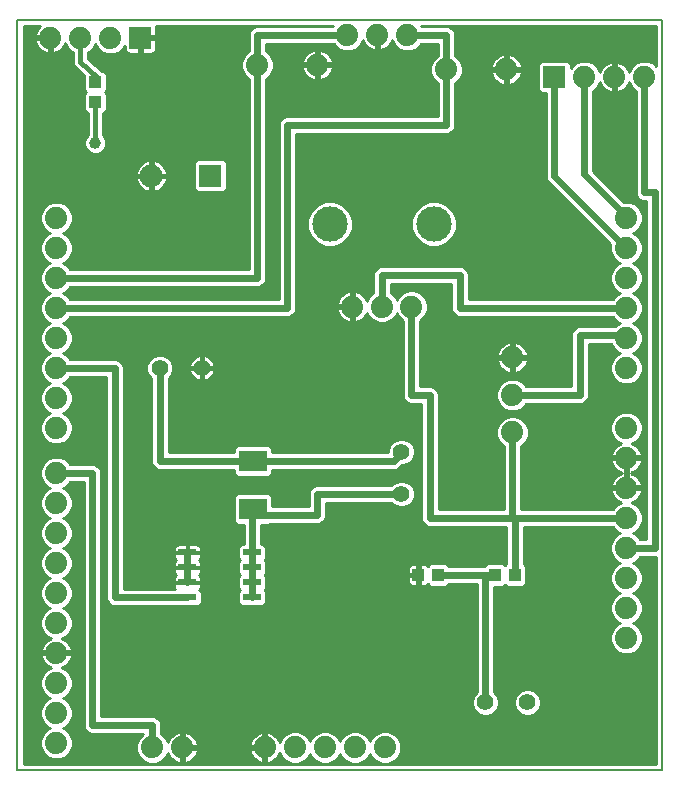
<source format=gtl>
G75*
%MOIN*%
%OFA0B0*%
%FSLAX25Y25*%
%IPPOS*%
%LPD*%
%AMOC8*
5,1,8,0,0,1.08239X$1,22.5*
%
%ADD10C,0.00800*%
%ADD11R,0.06000X0.02400*%
%ADD12C,0.07400*%
%ADD13C,0.07600*%
%ADD14R,0.07600X0.07600*%
%ADD15R,0.04331X0.03937*%
%ADD16C,0.05550*%
%ADD17C,0.11811*%
%ADD18R,0.07400X0.07400*%
%ADD19R,0.03937X0.04331*%
%ADD20R,0.09449X0.07087*%
%ADD21C,0.02400*%
%ADD22C,0.01000*%
%ADD23C,0.01600*%
%ADD24C,0.03969*%
D10*
X0029000Y0093524D02*
X0244000Y0093524D01*
X0244000Y0343524D01*
X0029000Y0343524D01*
X0029000Y0093524D01*
D11*
X0085700Y0151024D03*
X0085700Y0156024D03*
X0085700Y0161024D03*
X0085700Y0166024D03*
X0107300Y0166024D03*
X0107300Y0161024D03*
X0107300Y0156024D03*
X0107300Y0151024D03*
D12*
X0111500Y0101024D03*
X0121500Y0101024D03*
X0131500Y0101024D03*
X0141500Y0101024D03*
X0151500Y0101024D03*
X0084000Y0101024D03*
X0074000Y0101024D03*
X0042000Y0102524D03*
X0042000Y0112524D03*
X0042000Y0122524D03*
X0042000Y0132524D03*
X0042000Y0142524D03*
X0042000Y0152524D03*
X0042000Y0162524D03*
X0042000Y0172524D03*
X0042000Y0182524D03*
X0042000Y0192524D03*
X0042000Y0207524D03*
X0042000Y0217524D03*
X0042000Y0227524D03*
X0042000Y0237524D03*
X0042000Y0247524D03*
X0042000Y0257524D03*
X0042000Y0267524D03*
X0042000Y0277524D03*
X0040000Y0337524D03*
X0050000Y0337524D03*
X0060000Y0337524D03*
X0109000Y0328524D03*
X0129000Y0328524D03*
X0139000Y0338524D03*
X0149000Y0338524D03*
X0159000Y0338524D03*
X0172000Y0327024D03*
X0192000Y0327024D03*
X0218000Y0324524D03*
X0228000Y0324524D03*
X0238000Y0324524D03*
X0232000Y0277524D03*
X0232000Y0267524D03*
X0232000Y0257524D03*
X0232000Y0247524D03*
X0232000Y0237524D03*
X0232000Y0227524D03*
X0232000Y0207524D03*
X0232000Y0197524D03*
X0232000Y0187524D03*
X0232000Y0177524D03*
X0232000Y0167524D03*
X0232000Y0157524D03*
X0232000Y0147524D03*
X0232000Y0137524D03*
X0194000Y0206024D03*
X0194000Y0218524D03*
X0194000Y0231024D03*
X0160343Y0247965D03*
X0150500Y0247965D03*
X0140657Y0247965D03*
D13*
X0073657Y0291524D03*
D14*
X0093343Y0291524D03*
D15*
X0055000Y0316177D03*
X0055000Y0322870D03*
D16*
X0076500Y0227524D03*
X0090500Y0227524D03*
X0157000Y0199524D03*
X0157000Y0185524D03*
X0185000Y0116024D03*
X0199000Y0116024D03*
D17*
X0167823Y0275524D03*
X0133177Y0275524D03*
D18*
X0070000Y0337524D03*
X0208000Y0324524D03*
D19*
X0194846Y0158524D03*
X0188154Y0158524D03*
X0169346Y0158524D03*
X0162654Y0158524D03*
D20*
X0107500Y0180551D03*
X0107500Y0196496D03*
D21*
X0076500Y0196496D01*
X0076500Y0227524D01*
X0061500Y0227524D02*
X0061500Y0151024D01*
X0085700Y0151024D01*
X0085700Y0156024D02*
X0085700Y0161024D01*
X0085700Y0166024D01*
X0107300Y0166024D02*
X0107300Y0161024D01*
X0107300Y0156024D01*
X0107300Y0151024D01*
X0107300Y0166024D02*
X0107300Y0180551D01*
X0107500Y0180551D01*
X0106500Y0180551D01*
X0111500Y0178524D01*
X0129000Y0178524D01*
X0129000Y0185524D01*
X0157000Y0185524D01*
X0154500Y0196496D02*
X0157000Y0199524D01*
X0154500Y0196496D02*
X0107500Y0196496D01*
X0119000Y0247524D02*
X0119000Y0308524D01*
X0172000Y0308524D01*
X0172000Y0327024D01*
X0172000Y0338524D01*
X0159000Y0338524D01*
X0139000Y0338524D02*
X0109000Y0338524D01*
X0109000Y0328524D01*
X0109000Y0257524D01*
X0042000Y0257524D01*
X0042000Y0247524D02*
X0119000Y0247524D01*
X0150500Y0247965D02*
X0150500Y0258524D01*
X0176500Y0258524D01*
X0176500Y0247524D01*
X0232000Y0247524D01*
X0232000Y0238524D02*
X0232000Y0237524D01*
X0232000Y0238524D02*
X0216500Y0238524D01*
X0216500Y0218524D01*
X0194000Y0218524D01*
X0194000Y0206024D02*
X0194000Y0177524D01*
X0194846Y0177524D01*
X0194846Y0158524D01*
X0188154Y0158524D02*
X0185000Y0158524D01*
X0169346Y0158524D01*
X0166500Y0177524D02*
X0166500Y0218524D01*
X0160343Y0218524D01*
X0160343Y0247965D01*
X0208000Y0291524D02*
X0232000Y0267524D01*
X0234000Y0276024D02*
X0232500Y0277524D01*
X0232000Y0277524D01*
X0232500Y0277524D02*
X0218000Y0292024D01*
X0218000Y0324524D01*
X0208000Y0324524D02*
X0208000Y0291524D01*
X0238000Y0286024D02*
X0241400Y0286024D01*
X0241400Y0167524D01*
X0232000Y0167524D01*
X0232000Y0177524D02*
X0194846Y0177524D01*
X0194000Y0177524D02*
X0166500Y0177524D01*
X0185000Y0158524D02*
X0185000Y0116024D01*
X0074000Y0108524D02*
X0074000Y0101024D01*
X0074000Y0108524D02*
X0054000Y0108524D01*
X0054000Y0192524D01*
X0042000Y0192524D01*
X0042000Y0227524D02*
X0061500Y0227524D01*
X0238000Y0286024D02*
X0238000Y0324524D01*
D22*
X0234013Y0328174D02*
X0231704Y0328174D01*
X0231966Y0327911D02*
X0231388Y0328490D01*
X0230725Y0328971D01*
X0229996Y0329343D01*
X0229218Y0329596D01*
X0228500Y0329709D01*
X0228500Y0325024D01*
X0227500Y0325024D01*
X0227500Y0329709D01*
X0226782Y0329596D01*
X0226004Y0329343D01*
X0225275Y0328971D01*
X0224612Y0328490D01*
X0224034Y0327911D01*
X0223553Y0327249D01*
X0223181Y0326520D01*
X0223109Y0326299D01*
X0222578Y0327582D01*
X0221059Y0329102D01*
X0219074Y0329924D01*
X0216926Y0329924D01*
X0214941Y0329102D01*
X0213422Y0327582D01*
X0213400Y0327529D01*
X0213400Y0328928D01*
X0212404Y0329924D01*
X0203596Y0329924D01*
X0202600Y0328928D01*
X0202600Y0320119D01*
X0203596Y0319124D01*
X0205100Y0319124D01*
X0205100Y0290947D01*
X0205541Y0289881D01*
X0226666Y0268757D01*
X0226600Y0268598D01*
X0226600Y0266449D01*
X0227422Y0264465D01*
X0228941Y0262946D01*
X0229960Y0262524D01*
X0228941Y0262102D01*
X0227422Y0260582D01*
X0226600Y0258598D01*
X0226600Y0256449D01*
X0227422Y0254465D01*
X0228941Y0252946D01*
X0229960Y0252524D01*
X0228941Y0252102D01*
X0227422Y0250582D01*
X0227356Y0250424D01*
X0179400Y0250424D01*
X0179400Y0259100D01*
X0178958Y0260166D01*
X0178143Y0260982D01*
X0177077Y0261424D01*
X0149923Y0261424D01*
X0148857Y0260982D01*
X0148041Y0260166D01*
X0147600Y0259100D01*
X0147600Y0252608D01*
X0147441Y0252542D01*
X0145922Y0251023D01*
X0145479Y0249953D01*
X0145477Y0249961D01*
X0145105Y0250690D01*
X0144624Y0251352D01*
X0144045Y0251931D01*
X0143383Y0252412D01*
X0142654Y0252784D01*
X0141875Y0253037D01*
X0141142Y0253153D01*
X0141142Y0248449D01*
X0140173Y0248449D01*
X0140173Y0247480D01*
X0141142Y0247480D01*
X0141142Y0242776D01*
X0141875Y0242893D01*
X0142654Y0243146D01*
X0143383Y0243517D01*
X0144045Y0243998D01*
X0144624Y0244577D01*
X0145105Y0245239D01*
X0145477Y0245968D01*
X0145479Y0245976D01*
X0145922Y0244906D01*
X0147441Y0243387D01*
X0149426Y0242565D01*
X0151574Y0242565D01*
X0153559Y0243387D01*
X0155078Y0244906D01*
X0155421Y0245735D01*
X0155765Y0244906D01*
X0157284Y0243387D01*
X0157443Y0243321D01*
X0157443Y0217947D01*
X0157884Y0216881D01*
X0158700Y0216065D01*
X0159766Y0215624D01*
X0163600Y0215624D01*
X0163600Y0176947D01*
X0164041Y0175881D01*
X0164857Y0175065D01*
X0165923Y0174624D01*
X0191946Y0174624D01*
X0191946Y0162162D01*
X0191500Y0161715D01*
X0190826Y0162389D01*
X0185481Y0162389D01*
X0184516Y0161424D01*
X0172984Y0161424D01*
X0172019Y0162389D01*
X0166674Y0162389D01*
X0165849Y0161564D01*
X0165822Y0161610D01*
X0165543Y0161889D01*
X0165201Y0162087D01*
X0164820Y0162189D01*
X0163138Y0162189D01*
X0163138Y0159008D01*
X0162169Y0159008D01*
X0162169Y0158039D01*
X0163138Y0158039D01*
X0163138Y0154858D01*
X0164820Y0154858D01*
X0165201Y0154960D01*
X0165543Y0155158D01*
X0165822Y0155437D01*
X0165849Y0155483D01*
X0166674Y0154658D01*
X0172019Y0154658D01*
X0172984Y0155624D01*
X0182100Y0155624D01*
X0182100Y0119452D01*
X0181206Y0118558D01*
X0180525Y0116914D01*
X0180525Y0115134D01*
X0181206Y0113489D01*
X0182465Y0112230D01*
X0184110Y0111549D01*
X0185890Y0111549D01*
X0187535Y0112230D01*
X0188794Y0113489D01*
X0189475Y0115134D01*
X0189475Y0116914D01*
X0188794Y0118558D01*
X0187900Y0119452D01*
X0187900Y0154658D01*
X0190826Y0154658D01*
X0191500Y0155332D01*
X0192174Y0154658D01*
X0197519Y0154658D01*
X0198515Y0155654D01*
X0198515Y0161393D01*
X0197746Y0162162D01*
X0197746Y0174624D01*
X0227356Y0174624D01*
X0227422Y0174465D01*
X0228941Y0172946D01*
X0229960Y0172524D01*
X0228941Y0172102D01*
X0227422Y0170582D01*
X0226600Y0168598D01*
X0226600Y0166449D01*
X0227422Y0164465D01*
X0228941Y0162946D01*
X0229960Y0162524D01*
X0228941Y0162102D01*
X0227422Y0160582D01*
X0226600Y0158598D01*
X0226600Y0156449D01*
X0227422Y0154465D01*
X0228941Y0152946D01*
X0229960Y0152524D01*
X0228941Y0152102D01*
X0227422Y0150582D01*
X0226600Y0148598D01*
X0226600Y0146449D01*
X0227422Y0144465D01*
X0228941Y0142946D01*
X0229960Y0142524D01*
X0228941Y0142102D01*
X0227422Y0140582D01*
X0226600Y0138598D01*
X0226600Y0136449D01*
X0227422Y0134465D01*
X0228941Y0132946D01*
X0230926Y0132124D01*
X0233074Y0132124D01*
X0235059Y0132946D01*
X0236578Y0134465D01*
X0237400Y0136449D01*
X0237400Y0138598D01*
X0236578Y0140582D01*
X0235059Y0142102D01*
X0234040Y0142524D01*
X0235059Y0142946D01*
X0236578Y0144465D01*
X0237400Y0146449D01*
X0237400Y0148598D01*
X0236578Y0150582D01*
X0235059Y0152102D01*
X0234040Y0152524D01*
X0235059Y0152946D01*
X0236578Y0154465D01*
X0237400Y0156449D01*
X0237400Y0158598D01*
X0236578Y0160582D01*
X0235059Y0162102D01*
X0234040Y0162524D01*
X0235059Y0162946D01*
X0236578Y0164465D01*
X0236644Y0164624D01*
X0241900Y0164624D01*
X0241900Y0095624D01*
X0031100Y0095624D01*
X0031100Y0341424D01*
X0036546Y0341424D01*
X0036034Y0340911D01*
X0035553Y0340249D01*
X0035181Y0339520D01*
X0034928Y0338741D01*
X0034814Y0338024D01*
X0039500Y0338024D01*
X0039500Y0337024D01*
X0034814Y0337024D01*
X0034928Y0336306D01*
X0035181Y0335528D01*
X0035553Y0334798D01*
X0036034Y0334136D01*
X0036612Y0333557D01*
X0037275Y0333076D01*
X0038004Y0332705D01*
X0038782Y0332452D01*
X0039500Y0332338D01*
X0039500Y0337024D01*
X0040500Y0337024D01*
X0040500Y0332338D01*
X0041218Y0332452D01*
X0041996Y0332705D01*
X0042725Y0333076D01*
X0043388Y0333557D01*
X0043966Y0334136D01*
X0044447Y0334798D01*
X0044819Y0335528D01*
X0044891Y0335748D01*
X0045422Y0334465D01*
X0046941Y0332946D01*
X0047500Y0332714D01*
X0047500Y0329948D01*
X0047476Y0329879D01*
X0047500Y0329453D01*
X0047500Y0329026D01*
X0047528Y0328959D01*
X0047532Y0328886D01*
X0047717Y0328502D01*
X0047881Y0328107D01*
X0047932Y0328056D01*
X0047964Y0327990D01*
X0048282Y0327706D01*
X0048584Y0327404D01*
X0048651Y0327376D01*
X0051135Y0325159D01*
X0051135Y0320197D01*
X0051808Y0319524D01*
X0051135Y0318850D01*
X0051135Y0313504D01*
X0052130Y0312509D01*
X0052500Y0312509D01*
X0052500Y0305234D01*
X0051877Y0304611D01*
X0051316Y0303256D01*
X0051316Y0301791D01*
X0051877Y0300437D01*
X0052913Y0299400D01*
X0054267Y0298839D01*
X0055733Y0298839D01*
X0057087Y0299400D01*
X0058123Y0300437D01*
X0058684Y0301791D01*
X0058684Y0303256D01*
X0058123Y0304611D01*
X0057500Y0305234D01*
X0057500Y0312509D01*
X0057870Y0312509D01*
X0058865Y0313504D01*
X0058865Y0318850D01*
X0058192Y0319524D01*
X0058865Y0320197D01*
X0058865Y0325543D01*
X0057870Y0326539D01*
X0057097Y0326539D01*
X0052500Y0330643D01*
X0052500Y0332714D01*
X0053059Y0332946D01*
X0054578Y0334465D01*
X0055000Y0335484D01*
X0055422Y0334465D01*
X0056941Y0332946D01*
X0058926Y0332124D01*
X0061074Y0332124D01*
X0063059Y0332946D01*
X0064578Y0334465D01*
X0064800Y0335001D01*
X0064800Y0333626D01*
X0064902Y0333245D01*
X0065100Y0332903D01*
X0065379Y0332623D01*
X0065721Y0332426D01*
X0066103Y0332324D01*
X0069500Y0332324D01*
X0069500Y0337024D01*
X0070500Y0337024D01*
X0070500Y0338024D01*
X0075200Y0338024D01*
X0075200Y0341421D01*
X0075199Y0341424D01*
X0134356Y0341424D01*
X0134356Y0341424D01*
X0108423Y0341424D01*
X0107357Y0340982D01*
X0106541Y0340166D01*
X0106100Y0339100D01*
X0106100Y0333167D01*
X0105941Y0333102D01*
X0104422Y0331582D01*
X0103600Y0329598D01*
X0103600Y0327449D01*
X0104422Y0325465D01*
X0105941Y0323946D01*
X0106100Y0323880D01*
X0106100Y0260424D01*
X0046644Y0260424D01*
X0046578Y0260582D01*
X0045059Y0262102D01*
X0044040Y0262524D01*
X0045059Y0262946D01*
X0046578Y0264465D01*
X0047400Y0266449D01*
X0047400Y0268598D01*
X0046578Y0270582D01*
X0045059Y0272102D01*
X0044040Y0272524D01*
X0045059Y0272946D01*
X0046578Y0274465D01*
X0047400Y0276449D01*
X0047400Y0278598D01*
X0046578Y0280582D01*
X0045059Y0282102D01*
X0043074Y0282924D01*
X0040926Y0282924D01*
X0038941Y0282102D01*
X0037422Y0280582D01*
X0036600Y0278598D01*
X0036600Y0276449D01*
X0037422Y0274465D01*
X0038941Y0272946D01*
X0039960Y0272524D01*
X0038941Y0272102D01*
X0037422Y0270582D01*
X0036600Y0268598D01*
X0036600Y0266449D01*
X0037422Y0264465D01*
X0038941Y0262946D01*
X0039960Y0262524D01*
X0038941Y0262102D01*
X0037422Y0260582D01*
X0036600Y0258598D01*
X0036600Y0256449D01*
X0037422Y0254465D01*
X0038941Y0252946D01*
X0039960Y0252524D01*
X0038941Y0252102D01*
X0037422Y0250582D01*
X0036600Y0248598D01*
X0036600Y0246449D01*
X0037422Y0244465D01*
X0038941Y0242946D01*
X0039960Y0242524D01*
X0038941Y0242102D01*
X0037422Y0240582D01*
X0036600Y0238598D01*
X0036600Y0236449D01*
X0037422Y0234465D01*
X0038941Y0232946D01*
X0039960Y0232524D01*
X0038941Y0232102D01*
X0037422Y0230582D01*
X0036600Y0228598D01*
X0036600Y0226449D01*
X0037422Y0224465D01*
X0038941Y0222946D01*
X0039960Y0222524D01*
X0038941Y0222102D01*
X0037422Y0220582D01*
X0036600Y0218598D01*
X0036600Y0216449D01*
X0037422Y0214465D01*
X0038941Y0212946D01*
X0039960Y0212524D01*
X0038941Y0212102D01*
X0037422Y0210582D01*
X0036600Y0208598D01*
X0036600Y0206449D01*
X0037422Y0204465D01*
X0038941Y0202946D01*
X0040926Y0202124D01*
X0043074Y0202124D01*
X0045059Y0202946D01*
X0046578Y0204465D01*
X0047400Y0206449D01*
X0047400Y0208598D01*
X0046578Y0210582D01*
X0045059Y0212102D01*
X0044040Y0212524D01*
X0045059Y0212946D01*
X0046578Y0214465D01*
X0047400Y0216449D01*
X0047400Y0218598D01*
X0046578Y0220582D01*
X0045059Y0222102D01*
X0044040Y0222524D01*
X0045059Y0222946D01*
X0046578Y0224465D01*
X0046644Y0224624D01*
X0058600Y0224624D01*
X0058600Y0150447D01*
X0059041Y0149381D01*
X0059857Y0148565D01*
X0060923Y0148124D01*
X0089404Y0148124D01*
X0090400Y0149119D01*
X0090400Y0152928D01*
X0089663Y0153665D01*
X0089900Y0153903D01*
X0090098Y0154245D01*
X0090200Y0154626D01*
X0090200Y0155924D01*
X0085800Y0155924D01*
X0085800Y0156124D01*
X0085600Y0156124D01*
X0085600Y0158724D01*
X0085600Y0160924D01*
X0081200Y0160924D01*
X0081200Y0159626D01*
X0081302Y0159245D01*
X0081500Y0158903D01*
X0081779Y0158623D01*
X0081952Y0158524D01*
X0081779Y0158424D01*
X0081500Y0158145D01*
X0081302Y0157803D01*
X0081200Y0157421D01*
X0081200Y0156124D01*
X0085600Y0156124D01*
X0085600Y0155924D01*
X0081200Y0155924D01*
X0081200Y0154626D01*
X0081302Y0154245D01*
X0081488Y0153924D01*
X0064400Y0153924D01*
X0064400Y0228100D01*
X0063958Y0229166D01*
X0063143Y0229982D01*
X0062077Y0230424D01*
X0046644Y0230424D01*
X0046578Y0230582D01*
X0045059Y0232102D01*
X0044040Y0232524D01*
X0045059Y0232946D01*
X0046578Y0234465D01*
X0047400Y0236449D01*
X0047400Y0238598D01*
X0046578Y0240582D01*
X0045059Y0242102D01*
X0044040Y0242524D01*
X0045059Y0242946D01*
X0046578Y0244465D01*
X0046644Y0244624D01*
X0119577Y0244624D01*
X0120643Y0245065D01*
X0121458Y0245881D01*
X0121900Y0246947D01*
X0121900Y0305624D01*
X0172577Y0305624D01*
X0173643Y0306065D01*
X0174458Y0306881D01*
X0174900Y0307947D01*
X0174900Y0322380D01*
X0175059Y0322446D01*
X0176578Y0323965D01*
X0177400Y0325949D01*
X0177400Y0328098D01*
X0176578Y0330082D01*
X0175059Y0331602D01*
X0174900Y0331667D01*
X0174900Y0339100D01*
X0174458Y0340166D01*
X0173643Y0340982D01*
X0172577Y0341424D01*
X0163644Y0341424D01*
X0241900Y0341424D01*
X0241900Y0328260D01*
X0241059Y0329102D01*
X0239074Y0329924D01*
X0236926Y0329924D01*
X0234941Y0329102D01*
X0233422Y0327582D01*
X0232891Y0326299D01*
X0232819Y0326520D01*
X0232447Y0327249D01*
X0231966Y0327911D01*
X0232485Y0327175D02*
X0233253Y0327175D01*
X0235112Y0329172D02*
X0230330Y0329172D01*
X0228500Y0329172D02*
X0227500Y0329172D01*
X0227500Y0328174D02*
X0228500Y0328174D01*
X0228500Y0327175D02*
X0227500Y0327175D01*
X0227500Y0326177D02*
X0228500Y0326177D01*
X0228500Y0325178D02*
X0227500Y0325178D01*
X0227500Y0324024D02*
X0228500Y0324024D01*
X0228500Y0319338D01*
X0229218Y0319452D01*
X0229996Y0319705D01*
X0230725Y0320076D01*
X0231388Y0320557D01*
X0231966Y0321136D01*
X0232447Y0321798D01*
X0232819Y0322528D01*
X0232891Y0322748D01*
X0233422Y0321465D01*
X0234941Y0319946D01*
X0235100Y0319880D01*
X0235100Y0285447D01*
X0235541Y0284381D01*
X0236357Y0283565D01*
X0237423Y0283124D01*
X0238500Y0283124D01*
X0238500Y0170424D01*
X0236644Y0170424D01*
X0236578Y0170582D01*
X0235059Y0172102D01*
X0234040Y0172524D01*
X0235059Y0172946D01*
X0236578Y0174465D01*
X0237400Y0176449D01*
X0237400Y0178598D01*
X0236578Y0180582D01*
X0235059Y0182102D01*
X0233776Y0182633D01*
X0233996Y0182705D01*
X0234725Y0183076D01*
X0235388Y0183557D01*
X0235966Y0184136D01*
X0236447Y0184798D01*
X0236819Y0185528D01*
X0237072Y0186306D01*
X0237186Y0187024D01*
X0232500Y0187024D01*
X0232500Y0188024D01*
X0231500Y0188024D01*
X0231500Y0197024D01*
X0226814Y0197024D01*
X0226928Y0196306D01*
X0227181Y0195528D01*
X0227553Y0194798D01*
X0228034Y0194136D01*
X0228612Y0193557D01*
X0229275Y0193076D01*
X0230004Y0192705D01*
X0230561Y0192524D01*
X0230004Y0192343D01*
X0229275Y0191971D01*
X0228612Y0191490D01*
X0228034Y0190911D01*
X0227553Y0190249D01*
X0227181Y0189520D01*
X0226928Y0188741D01*
X0226814Y0188024D01*
X0231500Y0188024D01*
X0231500Y0187024D01*
X0226814Y0187024D01*
X0226928Y0186306D01*
X0227181Y0185528D01*
X0227553Y0184798D01*
X0228034Y0184136D01*
X0228612Y0183557D01*
X0229275Y0183076D01*
X0230004Y0182705D01*
X0230224Y0182633D01*
X0228941Y0182102D01*
X0227422Y0180582D01*
X0227356Y0180424D01*
X0196900Y0180424D01*
X0196900Y0201380D01*
X0197059Y0201446D01*
X0198578Y0202965D01*
X0199400Y0204949D01*
X0199400Y0207098D01*
X0198578Y0209082D01*
X0197059Y0210602D01*
X0195074Y0211424D01*
X0192926Y0211424D01*
X0190941Y0210602D01*
X0189422Y0209082D01*
X0188600Y0207098D01*
X0188600Y0204949D01*
X0189422Y0202965D01*
X0190941Y0201446D01*
X0191100Y0201380D01*
X0191100Y0180424D01*
X0169400Y0180424D01*
X0169400Y0219100D01*
X0168958Y0220166D01*
X0168143Y0220982D01*
X0167077Y0221424D01*
X0163243Y0221424D01*
X0163243Y0243321D01*
X0163401Y0243387D01*
X0164920Y0244906D01*
X0165743Y0246890D01*
X0165743Y0249039D01*
X0164920Y0251023D01*
X0163401Y0252542D01*
X0161417Y0253365D01*
X0159268Y0253365D01*
X0157284Y0252542D01*
X0155765Y0251023D01*
X0155421Y0250194D01*
X0155078Y0251023D01*
X0153559Y0252542D01*
X0153400Y0252608D01*
X0153400Y0255624D01*
X0173600Y0255624D01*
X0173600Y0246947D01*
X0174041Y0245881D01*
X0174857Y0245065D01*
X0175923Y0244624D01*
X0227356Y0244624D01*
X0227422Y0244465D01*
X0228941Y0242946D01*
X0229960Y0242524D01*
X0228941Y0242102D01*
X0228263Y0241424D01*
X0215923Y0241424D01*
X0214857Y0240982D01*
X0214041Y0240166D01*
X0213600Y0239100D01*
X0213600Y0221424D01*
X0198644Y0221424D01*
X0198578Y0221582D01*
X0197059Y0223102D01*
X0195074Y0223924D01*
X0192926Y0223924D01*
X0190941Y0223102D01*
X0189422Y0221582D01*
X0188600Y0219598D01*
X0188600Y0217449D01*
X0189422Y0215465D01*
X0190941Y0213946D01*
X0192926Y0213124D01*
X0195074Y0213124D01*
X0197059Y0213946D01*
X0198578Y0215465D01*
X0198644Y0215624D01*
X0217077Y0215624D01*
X0218143Y0216065D01*
X0218958Y0216881D01*
X0219400Y0217947D01*
X0219400Y0235624D01*
X0226942Y0235624D01*
X0227422Y0234465D01*
X0228941Y0232946D01*
X0229960Y0232524D01*
X0228941Y0232102D01*
X0227422Y0230582D01*
X0226600Y0228598D01*
X0226600Y0226449D01*
X0227422Y0224465D01*
X0228941Y0222946D01*
X0230926Y0222124D01*
X0233074Y0222124D01*
X0235059Y0222946D01*
X0236578Y0224465D01*
X0237400Y0226449D01*
X0237400Y0228598D01*
X0236578Y0230582D01*
X0235059Y0232102D01*
X0234040Y0232524D01*
X0235059Y0232946D01*
X0236578Y0234465D01*
X0237400Y0236449D01*
X0237400Y0238598D01*
X0236578Y0240582D01*
X0235059Y0242102D01*
X0234040Y0242524D01*
X0235059Y0242946D01*
X0236578Y0244465D01*
X0237400Y0246449D01*
X0237400Y0248598D01*
X0236578Y0250582D01*
X0235059Y0252102D01*
X0234040Y0252524D01*
X0235059Y0252946D01*
X0236578Y0254465D01*
X0237400Y0256449D01*
X0237400Y0258598D01*
X0236578Y0260582D01*
X0235059Y0262102D01*
X0234040Y0262524D01*
X0235059Y0262946D01*
X0236578Y0264465D01*
X0237400Y0266449D01*
X0237400Y0268598D01*
X0236578Y0270582D01*
X0235059Y0272102D01*
X0234040Y0272524D01*
X0235059Y0272946D01*
X0236578Y0274465D01*
X0237400Y0276449D01*
X0237400Y0278598D01*
X0236578Y0280582D01*
X0235059Y0282102D01*
X0233074Y0282924D01*
X0231201Y0282924D01*
X0220900Y0293225D01*
X0220900Y0319880D01*
X0221059Y0319946D01*
X0222578Y0321465D01*
X0223109Y0322748D01*
X0223181Y0322528D01*
X0223553Y0321798D01*
X0224034Y0321136D01*
X0224612Y0320557D01*
X0225275Y0320076D01*
X0226004Y0319705D01*
X0226782Y0319452D01*
X0227500Y0319338D01*
X0227500Y0324024D01*
X0227500Y0323181D02*
X0228500Y0323181D01*
X0228500Y0322183D02*
X0227500Y0322183D01*
X0227500Y0321184D02*
X0228500Y0321184D01*
X0228500Y0320186D02*
X0227500Y0320186D01*
X0225124Y0320186D02*
X0221299Y0320186D01*
X0220900Y0319187D02*
X0235100Y0319187D01*
X0235100Y0318189D02*
X0220900Y0318189D01*
X0220900Y0317190D02*
X0235100Y0317190D01*
X0235100Y0316192D02*
X0220900Y0316192D01*
X0220900Y0315193D02*
X0235100Y0315193D01*
X0235100Y0314195D02*
X0220900Y0314195D01*
X0220900Y0313196D02*
X0235100Y0313196D01*
X0235100Y0312198D02*
X0220900Y0312198D01*
X0220900Y0311199D02*
X0235100Y0311199D01*
X0235100Y0310201D02*
X0220900Y0310201D01*
X0220900Y0309202D02*
X0235100Y0309202D01*
X0235100Y0308204D02*
X0220900Y0308204D01*
X0220900Y0307205D02*
X0235100Y0307205D01*
X0235100Y0306207D02*
X0220900Y0306207D01*
X0220900Y0305208D02*
X0235100Y0305208D01*
X0235100Y0304210D02*
X0220900Y0304210D01*
X0220900Y0303211D02*
X0235100Y0303211D01*
X0235100Y0302212D02*
X0220900Y0302212D01*
X0220900Y0301214D02*
X0235100Y0301214D01*
X0235100Y0300215D02*
X0220900Y0300215D01*
X0220900Y0299217D02*
X0235100Y0299217D01*
X0235100Y0298218D02*
X0220900Y0298218D01*
X0220900Y0297220D02*
X0235100Y0297220D01*
X0235100Y0296221D02*
X0220900Y0296221D01*
X0220900Y0295223D02*
X0235100Y0295223D01*
X0235100Y0294224D02*
X0220900Y0294224D01*
X0220900Y0293226D02*
X0235100Y0293226D01*
X0235100Y0292227D02*
X0221897Y0292227D01*
X0222896Y0291229D02*
X0235100Y0291229D01*
X0235100Y0290230D02*
X0223894Y0290230D01*
X0224893Y0289232D02*
X0235100Y0289232D01*
X0235100Y0288233D02*
X0225891Y0288233D01*
X0226890Y0287235D02*
X0235100Y0287235D01*
X0235100Y0286236D02*
X0227889Y0286236D01*
X0228887Y0285238D02*
X0235187Y0285238D01*
X0235683Y0284239D02*
X0229886Y0284239D01*
X0230884Y0283241D02*
X0237140Y0283241D01*
X0238500Y0282242D02*
X0234719Y0282242D01*
X0235917Y0281244D02*
X0238500Y0281244D01*
X0238500Y0280245D02*
X0236718Y0280245D01*
X0237131Y0279247D02*
X0238500Y0279247D01*
X0238500Y0278248D02*
X0237400Y0278248D01*
X0237400Y0277250D02*
X0238500Y0277250D01*
X0238500Y0276251D02*
X0237318Y0276251D01*
X0236904Y0275253D02*
X0238500Y0275253D01*
X0238500Y0274254D02*
X0236367Y0274254D01*
X0235369Y0273256D02*
X0238500Y0273256D01*
X0238500Y0272257D02*
X0234683Y0272257D01*
X0235902Y0271259D02*
X0238500Y0271259D01*
X0238500Y0270260D02*
X0236711Y0270260D01*
X0237125Y0269262D02*
X0238500Y0269262D01*
X0238500Y0268263D02*
X0237400Y0268263D01*
X0237400Y0267265D02*
X0238500Y0267265D01*
X0238500Y0266266D02*
X0237324Y0266266D01*
X0236910Y0265268D02*
X0238500Y0265268D01*
X0238500Y0264269D02*
X0236382Y0264269D01*
X0235384Y0263271D02*
X0238500Y0263271D01*
X0238500Y0262272D02*
X0234647Y0262272D01*
X0235887Y0261274D02*
X0238500Y0261274D01*
X0238500Y0260275D02*
X0236705Y0260275D01*
X0237119Y0259277D02*
X0238500Y0259277D01*
X0238500Y0258278D02*
X0237400Y0258278D01*
X0237400Y0257279D02*
X0238500Y0257279D01*
X0238500Y0256281D02*
X0237330Y0256281D01*
X0236917Y0255282D02*
X0238500Y0255282D01*
X0238500Y0254284D02*
X0236397Y0254284D01*
X0235399Y0253285D02*
X0238500Y0253285D01*
X0238500Y0252287D02*
X0234611Y0252287D01*
X0235872Y0251288D02*
X0238500Y0251288D01*
X0238500Y0250290D02*
X0236699Y0250290D01*
X0237113Y0249291D02*
X0238500Y0249291D01*
X0238500Y0248293D02*
X0237400Y0248293D01*
X0237400Y0247294D02*
X0238500Y0247294D01*
X0238500Y0246296D02*
X0237336Y0246296D01*
X0236923Y0245297D02*
X0238500Y0245297D01*
X0238500Y0244299D02*
X0236412Y0244299D01*
X0235413Y0243300D02*
X0238500Y0243300D01*
X0238500Y0242302D02*
X0234575Y0242302D01*
X0235857Y0241303D02*
X0238500Y0241303D01*
X0238500Y0240305D02*
X0236693Y0240305D01*
X0237107Y0239306D02*
X0238500Y0239306D01*
X0238500Y0238308D02*
X0237400Y0238308D01*
X0237400Y0237309D02*
X0238500Y0237309D01*
X0238500Y0236311D02*
X0237343Y0236311D01*
X0236929Y0235312D02*
X0238500Y0235312D01*
X0238500Y0234314D02*
X0236427Y0234314D01*
X0235428Y0233315D02*
X0238500Y0233315D01*
X0238500Y0232317D02*
X0234539Y0232317D01*
X0235842Y0231318D02*
X0238500Y0231318D01*
X0238500Y0230320D02*
X0236687Y0230320D01*
X0237100Y0229321D02*
X0238500Y0229321D01*
X0238500Y0228323D02*
X0237400Y0228323D01*
X0237400Y0227324D02*
X0238500Y0227324D01*
X0238500Y0226326D02*
X0237349Y0226326D01*
X0236935Y0225327D02*
X0238500Y0225327D01*
X0238500Y0224329D02*
X0236442Y0224329D01*
X0235443Y0223330D02*
X0238500Y0223330D01*
X0238500Y0222332D02*
X0233576Y0222332D01*
X0230424Y0222332D02*
X0219400Y0222332D01*
X0219400Y0223330D02*
X0228557Y0223330D01*
X0227558Y0224329D02*
X0219400Y0224329D01*
X0219400Y0225327D02*
X0227065Y0225327D01*
X0226651Y0226326D02*
X0219400Y0226326D01*
X0219400Y0227324D02*
X0226600Y0227324D01*
X0226600Y0228323D02*
X0219400Y0228323D01*
X0219400Y0229321D02*
X0226900Y0229321D01*
X0227313Y0230320D02*
X0219400Y0230320D01*
X0219400Y0231318D02*
X0228158Y0231318D01*
X0229461Y0232317D02*
X0219400Y0232317D01*
X0219400Y0233315D02*
X0228572Y0233315D01*
X0227573Y0234314D02*
X0219400Y0234314D01*
X0219400Y0235312D02*
X0227071Y0235312D01*
X0229425Y0242302D02*
X0163243Y0242302D01*
X0163243Y0243300D02*
X0228587Y0243300D01*
X0227588Y0244299D02*
X0164314Y0244299D01*
X0165083Y0245297D02*
X0174625Y0245297D01*
X0173870Y0246296D02*
X0165496Y0246296D01*
X0165743Y0247294D02*
X0173600Y0247294D01*
X0173600Y0248293D02*
X0165743Y0248293D01*
X0165638Y0249291D02*
X0173600Y0249291D01*
X0173600Y0250290D02*
X0165224Y0250290D01*
X0164655Y0251288D02*
X0173600Y0251288D01*
X0173600Y0252287D02*
X0163657Y0252287D01*
X0161608Y0253285D02*
X0173600Y0253285D01*
X0173600Y0254284D02*
X0153400Y0254284D01*
X0153400Y0255282D02*
X0173600Y0255282D01*
X0179400Y0255282D02*
X0227083Y0255282D01*
X0226670Y0256281D02*
X0179400Y0256281D01*
X0179400Y0257279D02*
X0226600Y0257279D01*
X0226600Y0258278D02*
X0179400Y0258278D01*
X0179327Y0259277D02*
X0226881Y0259277D01*
X0227295Y0260275D02*
X0178850Y0260275D01*
X0177439Y0261274D02*
X0228113Y0261274D01*
X0229353Y0262272D02*
X0121900Y0262272D01*
X0121900Y0261274D02*
X0149561Y0261274D01*
X0148150Y0260275D02*
X0121900Y0260275D01*
X0121900Y0259277D02*
X0147673Y0259277D01*
X0147600Y0258278D02*
X0121900Y0258278D01*
X0121900Y0257279D02*
X0147600Y0257279D01*
X0147600Y0256281D02*
X0121900Y0256281D01*
X0121900Y0255282D02*
X0147600Y0255282D01*
X0147600Y0254284D02*
X0121900Y0254284D01*
X0121900Y0253285D02*
X0147600Y0253285D01*
X0147186Y0252287D02*
X0143555Y0252287D01*
X0144670Y0251288D02*
X0146187Y0251288D01*
X0145618Y0250290D02*
X0145309Y0250290D01*
X0145135Y0245297D02*
X0145760Y0245297D01*
X0146529Y0244299D02*
X0144346Y0244299D01*
X0142957Y0243300D02*
X0147650Y0243300D01*
X0153350Y0243300D02*
X0157443Y0243300D01*
X0157443Y0242302D02*
X0044575Y0242302D01*
X0045413Y0243300D02*
X0138358Y0243300D01*
X0138661Y0243146D02*
X0139440Y0242893D01*
X0140173Y0242776D01*
X0140173Y0247480D01*
X0135469Y0247480D01*
X0135586Y0246747D01*
X0135838Y0245968D01*
X0136210Y0245239D01*
X0136691Y0244577D01*
X0137270Y0243998D01*
X0137932Y0243517D01*
X0138661Y0243146D01*
X0140173Y0243300D02*
X0141142Y0243300D01*
X0141142Y0244299D02*
X0140173Y0244299D01*
X0140173Y0245297D02*
X0141142Y0245297D01*
X0141142Y0246296D02*
X0140173Y0246296D01*
X0140173Y0247294D02*
X0141142Y0247294D01*
X0140173Y0248293D02*
X0121900Y0248293D01*
X0121900Y0249291D02*
X0135621Y0249291D01*
X0135586Y0249182D02*
X0135469Y0248449D01*
X0140173Y0248449D01*
X0140173Y0253153D01*
X0139440Y0253037D01*
X0138661Y0252784D01*
X0137932Y0252412D01*
X0137270Y0251931D01*
X0136691Y0251352D01*
X0136210Y0250690D01*
X0135838Y0249961D01*
X0135586Y0249182D01*
X0136006Y0250290D02*
X0121900Y0250290D01*
X0121900Y0251288D02*
X0136645Y0251288D01*
X0137760Y0252287D02*
X0121900Y0252287D01*
X0121900Y0247294D02*
X0135499Y0247294D01*
X0135732Y0246296D02*
X0121630Y0246296D01*
X0120875Y0245297D02*
X0136180Y0245297D01*
X0136969Y0244299D02*
X0046412Y0244299D01*
X0045857Y0241303D02*
X0157443Y0241303D01*
X0157443Y0240305D02*
X0046693Y0240305D01*
X0047107Y0239306D02*
X0157443Y0239306D01*
X0157443Y0238308D02*
X0047400Y0238308D01*
X0047400Y0237309D02*
X0157443Y0237309D01*
X0157443Y0236311D02*
X0047343Y0236311D01*
X0046929Y0235312D02*
X0157443Y0235312D01*
X0157443Y0234314D02*
X0046427Y0234314D01*
X0045428Y0233315D02*
X0157443Y0233315D01*
X0157443Y0232317D02*
X0044539Y0232317D01*
X0045842Y0231318D02*
X0073968Y0231318D01*
X0073965Y0231317D02*
X0072706Y0230058D01*
X0072025Y0228414D01*
X0072025Y0226634D01*
X0072706Y0224989D01*
X0073600Y0224095D01*
X0073600Y0195919D01*
X0074041Y0194853D01*
X0074857Y0194038D01*
X0075923Y0193596D01*
X0101076Y0193596D01*
X0101076Y0192249D01*
X0102071Y0191253D01*
X0112929Y0191253D01*
X0113924Y0192249D01*
X0113924Y0193596D01*
X0154065Y0193596D01*
X0154201Y0193554D01*
X0154638Y0193596D01*
X0155077Y0193596D01*
X0155208Y0193650D01*
X0155350Y0193664D01*
X0155737Y0193870D01*
X0156143Y0194038D01*
X0156243Y0194138D01*
X0156369Y0194205D01*
X0156648Y0194543D01*
X0156958Y0194853D01*
X0157013Y0194985D01*
X0157066Y0195049D01*
X0157890Y0195049D01*
X0159535Y0195730D01*
X0160794Y0196989D01*
X0161475Y0198634D01*
X0161475Y0200414D01*
X0160794Y0202058D01*
X0159535Y0203317D01*
X0157890Y0203998D01*
X0156110Y0203998D01*
X0154465Y0203317D01*
X0153206Y0202058D01*
X0152525Y0200414D01*
X0152525Y0199396D01*
X0113924Y0199396D01*
X0113924Y0200744D01*
X0112929Y0201739D01*
X0102071Y0201739D01*
X0101076Y0200744D01*
X0101076Y0199396D01*
X0079400Y0199396D01*
X0079400Y0224095D01*
X0080294Y0224989D01*
X0080975Y0226634D01*
X0080975Y0228414D01*
X0080294Y0230058D01*
X0079035Y0231317D01*
X0077390Y0231998D01*
X0075610Y0231998D01*
X0073965Y0231317D01*
X0072968Y0230320D02*
X0062328Y0230320D01*
X0063804Y0229321D02*
X0072401Y0229321D01*
X0072025Y0228323D02*
X0064308Y0228323D01*
X0064400Y0227324D02*
X0072025Y0227324D01*
X0072153Y0226326D02*
X0064400Y0226326D01*
X0064400Y0225327D02*
X0072566Y0225327D01*
X0073367Y0224329D02*
X0064400Y0224329D01*
X0064400Y0223330D02*
X0073600Y0223330D01*
X0073600Y0222332D02*
X0064400Y0222332D01*
X0064400Y0221333D02*
X0073600Y0221333D01*
X0073600Y0220335D02*
X0064400Y0220335D01*
X0064400Y0219336D02*
X0073600Y0219336D01*
X0073600Y0218338D02*
X0064400Y0218338D01*
X0064400Y0217339D02*
X0073600Y0217339D01*
X0073600Y0216341D02*
X0064400Y0216341D01*
X0064400Y0215342D02*
X0073600Y0215342D01*
X0073600Y0214343D02*
X0064400Y0214343D01*
X0064400Y0213345D02*
X0073600Y0213345D01*
X0073600Y0212346D02*
X0064400Y0212346D01*
X0064400Y0211348D02*
X0073600Y0211348D01*
X0073600Y0210349D02*
X0064400Y0210349D01*
X0064400Y0209351D02*
X0073600Y0209351D01*
X0073600Y0208352D02*
X0064400Y0208352D01*
X0064400Y0207354D02*
X0073600Y0207354D01*
X0073600Y0206355D02*
X0064400Y0206355D01*
X0064400Y0205357D02*
X0073600Y0205357D01*
X0073600Y0204358D02*
X0064400Y0204358D01*
X0064400Y0203360D02*
X0073600Y0203360D01*
X0073600Y0202361D02*
X0064400Y0202361D01*
X0064400Y0201363D02*
X0073600Y0201363D01*
X0073600Y0200364D02*
X0064400Y0200364D01*
X0064400Y0199366D02*
X0073600Y0199366D01*
X0073600Y0198367D02*
X0064400Y0198367D01*
X0064400Y0197369D02*
X0073600Y0197369D01*
X0073600Y0196370D02*
X0064400Y0196370D01*
X0064400Y0195372D02*
X0073827Y0195372D01*
X0074522Y0194373D02*
X0064400Y0194373D01*
X0064400Y0193375D02*
X0101076Y0193375D01*
X0101076Y0192376D02*
X0064400Y0192376D01*
X0064400Y0191378D02*
X0101946Y0191378D01*
X0102071Y0185794D02*
X0101076Y0184799D01*
X0101076Y0176304D01*
X0102071Y0175308D01*
X0104400Y0175308D01*
X0104400Y0168924D01*
X0103596Y0168924D01*
X0102600Y0167928D01*
X0102600Y0164119D01*
X0103196Y0163524D01*
X0102600Y0162928D01*
X0102600Y0159119D01*
X0103196Y0158524D01*
X0102600Y0157928D01*
X0102600Y0154119D01*
X0103196Y0153524D01*
X0102600Y0152928D01*
X0102600Y0149119D01*
X0103596Y0148124D01*
X0111004Y0148124D01*
X0112000Y0149119D01*
X0112000Y0152928D01*
X0111404Y0153524D01*
X0112000Y0154119D01*
X0112000Y0157928D01*
X0111404Y0158524D01*
X0112000Y0159119D01*
X0112000Y0162928D01*
X0111404Y0163524D01*
X0112000Y0164119D01*
X0112000Y0167928D01*
X0111004Y0168924D01*
X0110200Y0168924D01*
X0110200Y0175308D01*
X0112929Y0175308D01*
X0113244Y0175624D01*
X0129577Y0175624D01*
X0130643Y0176065D01*
X0131458Y0176881D01*
X0131900Y0177947D01*
X0131900Y0182624D01*
X0153572Y0182624D01*
X0154465Y0181730D01*
X0156110Y0181049D01*
X0157890Y0181049D01*
X0159535Y0181730D01*
X0160794Y0182989D01*
X0161475Y0184634D01*
X0161475Y0186414D01*
X0160794Y0188058D01*
X0159535Y0189317D01*
X0157890Y0189998D01*
X0156110Y0189998D01*
X0154465Y0189317D01*
X0153572Y0188424D01*
X0128423Y0188424D01*
X0127357Y0187982D01*
X0126541Y0187166D01*
X0126100Y0186100D01*
X0126100Y0181424D01*
X0113924Y0181424D01*
X0113924Y0184799D01*
X0112929Y0185794D01*
X0102071Y0185794D01*
X0101664Y0185387D02*
X0064400Y0185387D01*
X0064400Y0186385D02*
X0126218Y0186385D01*
X0126100Y0185387D02*
X0113336Y0185387D01*
X0113924Y0184388D02*
X0126100Y0184388D01*
X0126100Y0183390D02*
X0113924Y0183390D01*
X0113924Y0182391D02*
X0126100Y0182391D01*
X0126759Y0187384D02*
X0064400Y0187384D01*
X0064400Y0188382D02*
X0128323Y0188382D01*
X0131900Y0182391D02*
X0153804Y0182391D01*
X0155280Y0181393D02*
X0131900Y0181393D01*
X0131900Y0180394D02*
X0163600Y0180394D01*
X0163600Y0179396D02*
X0131900Y0179396D01*
X0131900Y0178397D02*
X0163600Y0178397D01*
X0163600Y0177399D02*
X0131673Y0177399D01*
X0130978Y0176400D02*
X0163826Y0176400D01*
X0164521Y0175402D02*
X0113022Y0175402D01*
X0110200Y0174403D02*
X0191946Y0174403D01*
X0191946Y0173405D02*
X0110200Y0173405D01*
X0110200Y0172406D02*
X0191946Y0172406D01*
X0191946Y0171408D02*
X0110200Y0171408D01*
X0110200Y0170409D02*
X0191946Y0170409D01*
X0191946Y0169410D02*
X0110200Y0169410D01*
X0111516Y0168412D02*
X0191946Y0168412D01*
X0191946Y0167413D02*
X0112000Y0167413D01*
X0112000Y0166415D02*
X0191946Y0166415D01*
X0191946Y0165416D02*
X0112000Y0165416D01*
X0112000Y0164418D02*
X0191946Y0164418D01*
X0191946Y0163419D02*
X0111508Y0163419D01*
X0112000Y0162421D02*
X0191946Y0162421D01*
X0197746Y0162421D02*
X0229712Y0162421D01*
X0228467Y0163419D02*
X0197746Y0163419D01*
X0197746Y0164418D02*
X0227469Y0164418D01*
X0227028Y0165416D02*
X0197746Y0165416D01*
X0197746Y0166415D02*
X0226614Y0166415D01*
X0226600Y0167413D02*
X0197746Y0167413D01*
X0197746Y0168412D02*
X0226600Y0168412D01*
X0226937Y0169410D02*
X0197746Y0169410D01*
X0197746Y0170409D02*
X0227350Y0170409D01*
X0228247Y0171408D02*
X0197746Y0171408D01*
X0197746Y0172406D02*
X0229676Y0172406D01*
X0228482Y0173405D02*
X0197746Y0173405D01*
X0197746Y0174403D02*
X0227484Y0174403D01*
X0228232Y0181393D02*
X0196900Y0181393D01*
X0196900Y0182391D02*
X0229640Y0182391D01*
X0228843Y0183390D02*
X0196900Y0183390D01*
X0196900Y0184388D02*
X0227850Y0184388D01*
X0227253Y0185387D02*
X0196900Y0185387D01*
X0196900Y0186385D02*
X0226915Y0186385D01*
X0226871Y0188382D02*
X0196900Y0188382D01*
X0196900Y0187384D02*
X0231500Y0187384D01*
X0231500Y0188382D02*
X0232500Y0188382D01*
X0232500Y0188024D02*
X0232500Y0192338D01*
X0232500Y0197024D01*
X0232500Y0198024D01*
X0237186Y0198024D01*
X0237072Y0198741D01*
X0236819Y0199520D01*
X0236447Y0200249D01*
X0235966Y0200911D01*
X0235388Y0201490D01*
X0234725Y0201971D01*
X0233996Y0202343D01*
X0233776Y0202414D01*
X0235059Y0202946D01*
X0236578Y0204465D01*
X0237400Y0206449D01*
X0237400Y0208598D01*
X0236578Y0210582D01*
X0235059Y0212102D01*
X0233074Y0212924D01*
X0230926Y0212924D01*
X0228941Y0212102D01*
X0227422Y0210582D01*
X0226600Y0208598D01*
X0226600Y0206449D01*
X0227422Y0204465D01*
X0228941Y0202946D01*
X0230224Y0202414D01*
X0230004Y0202343D01*
X0229275Y0201971D01*
X0228612Y0201490D01*
X0228034Y0200911D01*
X0227553Y0200249D01*
X0227181Y0199520D01*
X0226928Y0198741D01*
X0226814Y0198024D01*
X0231500Y0198024D01*
X0231500Y0197024D01*
X0232500Y0197024D01*
X0237186Y0197024D01*
X0237072Y0196306D01*
X0236819Y0195528D01*
X0236447Y0194798D01*
X0235966Y0194136D01*
X0235388Y0193557D01*
X0234725Y0193076D01*
X0233996Y0192705D01*
X0233439Y0192524D01*
X0233996Y0192343D01*
X0234725Y0191971D01*
X0235388Y0191490D01*
X0235966Y0190911D01*
X0236447Y0190249D01*
X0236819Y0189520D01*
X0237072Y0188741D01*
X0237186Y0188024D01*
X0232500Y0188024D01*
X0232500Y0187384D02*
X0238500Y0187384D01*
X0238500Y0188382D02*
X0237129Y0188382D01*
X0236864Y0189381D02*
X0238500Y0189381D01*
X0238500Y0190379D02*
X0236353Y0190379D01*
X0235500Y0191378D02*
X0238500Y0191378D01*
X0238500Y0192376D02*
X0233893Y0192376D01*
X0232500Y0192376D02*
X0231500Y0192376D01*
X0231500Y0191378D02*
X0232500Y0191378D01*
X0232500Y0190379D02*
X0231500Y0190379D01*
X0231500Y0189381D02*
X0232500Y0189381D01*
X0230107Y0192376D02*
X0196900Y0192376D01*
X0196900Y0191378D02*
X0228500Y0191378D01*
X0227647Y0190379D02*
X0196900Y0190379D01*
X0196900Y0189381D02*
X0227136Y0189381D01*
X0228864Y0193375D02*
X0196900Y0193375D01*
X0196900Y0194373D02*
X0227861Y0194373D01*
X0227260Y0195372D02*
X0196900Y0195372D01*
X0196900Y0196370D02*
X0226918Y0196370D01*
X0226869Y0198367D02*
X0196900Y0198367D01*
X0196900Y0197369D02*
X0231500Y0197369D01*
X0231500Y0196370D02*
X0232500Y0196370D01*
X0232500Y0195372D02*
X0231500Y0195372D01*
X0231500Y0194373D02*
X0232500Y0194373D01*
X0232500Y0193375D02*
X0231500Y0193375D01*
X0235136Y0193375D02*
X0238500Y0193375D01*
X0238500Y0194373D02*
X0236139Y0194373D01*
X0236740Y0195372D02*
X0238500Y0195372D01*
X0238500Y0196370D02*
X0237082Y0196370D01*
X0238500Y0197369D02*
X0232500Y0197369D01*
X0235515Y0201363D02*
X0238500Y0201363D01*
X0238500Y0202361D02*
X0233939Y0202361D01*
X0235473Y0203360D02*
X0238500Y0203360D01*
X0238500Y0204358D02*
X0236472Y0204358D01*
X0236947Y0205357D02*
X0238500Y0205357D01*
X0238500Y0206355D02*
X0237361Y0206355D01*
X0237400Y0207354D02*
X0238500Y0207354D01*
X0238500Y0208352D02*
X0237400Y0208352D01*
X0237088Y0209351D02*
X0238500Y0209351D01*
X0238500Y0210349D02*
X0236674Y0210349D01*
X0235812Y0211348D02*
X0238500Y0211348D01*
X0238500Y0212346D02*
X0234467Y0212346D01*
X0238500Y0213345D02*
X0195609Y0213345D01*
X0195257Y0211348D02*
X0228188Y0211348D01*
X0227326Y0210349D02*
X0197311Y0210349D01*
X0198309Y0209351D02*
X0226912Y0209351D01*
X0226600Y0208352D02*
X0198880Y0208352D01*
X0199294Y0207354D02*
X0226600Y0207354D01*
X0226639Y0206355D02*
X0199400Y0206355D01*
X0199400Y0205357D02*
X0227053Y0205357D01*
X0227528Y0204358D02*
X0199155Y0204358D01*
X0198742Y0203360D02*
X0228527Y0203360D01*
X0230061Y0202361D02*
X0197974Y0202361D01*
X0196900Y0201363D02*
X0228485Y0201363D01*
X0227636Y0200364D02*
X0196900Y0200364D01*
X0196900Y0199366D02*
X0227131Y0199366D01*
X0236364Y0200364D02*
X0238500Y0200364D01*
X0238500Y0199366D02*
X0236869Y0199366D01*
X0237131Y0198367D02*
X0238500Y0198367D01*
X0238500Y0186385D02*
X0237084Y0186385D01*
X0236747Y0185387D02*
X0238500Y0185387D01*
X0238500Y0184388D02*
X0236149Y0184388D01*
X0235157Y0183390D02*
X0238500Y0183390D01*
X0238500Y0182391D02*
X0234360Y0182391D01*
X0235768Y0181393D02*
X0238500Y0181393D01*
X0238500Y0180394D02*
X0236656Y0180394D01*
X0237070Y0179396D02*
X0238500Y0179396D01*
X0238500Y0178397D02*
X0237400Y0178397D01*
X0237400Y0177399D02*
X0238500Y0177399D01*
X0238500Y0176400D02*
X0237380Y0176400D01*
X0236966Y0175402D02*
X0238500Y0175402D01*
X0238500Y0174403D02*
X0236516Y0174403D01*
X0235518Y0173405D02*
X0238500Y0173405D01*
X0238500Y0172406D02*
X0234324Y0172406D01*
X0235753Y0171408D02*
X0238500Y0171408D01*
X0236531Y0164418D02*
X0241900Y0164418D01*
X0241900Y0163419D02*
X0235533Y0163419D01*
X0234288Y0162421D02*
X0241900Y0162421D01*
X0241900Y0161422D02*
X0235738Y0161422D01*
X0236644Y0160424D02*
X0241900Y0160424D01*
X0241900Y0159425D02*
X0237057Y0159425D01*
X0237400Y0158427D02*
X0241900Y0158427D01*
X0241900Y0157428D02*
X0237400Y0157428D01*
X0237392Y0156430D02*
X0241900Y0156430D01*
X0241900Y0155431D02*
X0236978Y0155431D01*
X0236546Y0154433D02*
X0241900Y0154433D01*
X0241900Y0153434D02*
X0235547Y0153434D01*
X0234252Y0152436D02*
X0241900Y0152436D01*
X0241900Y0151437D02*
X0235723Y0151437D01*
X0236637Y0150439D02*
X0241900Y0150439D01*
X0241900Y0149440D02*
X0237051Y0149440D01*
X0237400Y0148442D02*
X0241900Y0148442D01*
X0241900Y0147443D02*
X0237400Y0147443D01*
X0237398Y0146445D02*
X0241900Y0146445D01*
X0241900Y0145446D02*
X0236984Y0145446D01*
X0236561Y0144448D02*
X0241900Y0144448D01*
X0241900Y0143449D02*
X0235562Y0143449D01*
X0234216Y0142451D02*
X0241900Y0142451D01*
X0241900Y0141452D02*
X0235708Y0141452D01*
X0236631Y0140454D02*
X0241900Y0140454D01*
X0241900Y0139455D02*
X0237045Y0139455D01*
X0237400Y0138457D02*
X0241900Y0138457D01*
X0241900Y0137458D02*
X0237400Y0137458D01*
X0237400Y0136460D02*
X0241900Y0136460D01*
X0241900Y0135461D02*
X0236991Y0135461D01*
X0236576Y0134463D02*
X0241900Y0134463D01*
X0241900Y0133464D02*
X0235577Y0133464D01*
X0233900Y0132466D02*
X0241900Y0132466D01*
X0241900Y0131467D02*
X0187900Y0131467D01*
X0187900Y0130469D02*
X0241900Y0130469D01*
X0241900Y0129470D02*
X0187900Y0129470D01*
X0187900Y0128472D02*
X0241900Y0128472D01*
X0241900Y0127473D02*
X0187900Y0127473D01*
X0187900Y0126474D02*
X0241900Y0126474D01*
X0241900Y0125476D02*
X0187900Y0125476D01*
X0187900Y0124477D02*
X0241900Y0124477D01*
X0241900Y0123479D02*
X0187900Y0123479D01*
X0187900Y0122480D02*
X0241900Y0122480D01*
X0241900Y0121482D02*
X0187900Y0121482D01*
X0187900Y0120483D02*
X0198074Y0120483D01*
X0198110Y0120498D02*
X0196465Y0119817D01*
X0195206Y0118558D01*
X0194525Y0116914D01*
X0194525Y0115134D01*
X0195206Y0113489D01*
X0196465Y0112230D01*
X0198110Y0111549D01*
X0199890Y0111549D01*
X0201535Y0112230D01*
X0202794Y0113489D01*
X0203475Y0115134D01*
X0203475Y0116914D01*
X0202794Y0118558D01*
X0201535Y0119817D01*
X0199890Y0120498D01*
X0198110Y0120498D01*
X0199926Y0120483D02*
X0241900Y0120483D01*
X0241900Y0119485D02*
X0201867Y0119485D01*
X0202823Y0118486D02*
X0241900Y0118486D01*
X0241900Y0117488D02*
X0203237Y0117488D01*
X0203475Y0116489D02*
X0241900Y0116489D01*
X0241900Y0115491D02*
X0203475Y0115491D01*
X0203209Y0114492D02*
X0241900Y0114492D01*
X0241900Y0113494D02*
X0202796Y0113494D01*
X0201800Y0112495D02*
X0241900Y0112495D01*
X0241900Y0111497D02*
X0056900Y0111497D01*
X0056900Y0111424D02*
X0056900Y0193100D01*
X0056458Y0194166D01*
X0055643Y0194982D01*
X0054577Y0195424D01*
X0046644Y0195424D01*
X0046578Y0195582D01*
X0045059Y0197102D01*
X0043074Y0197924D01*
X0040926Y0197924D01*
X0038941Y0197102D01*
X0037422Y0195582D01*
X0036600Y0193598D01*
X0036600Y0191449D01*
X0037422Y0189465D01*
X0038941Y0187946D01*
X0039960Y0187524D01*
X0038941Y0187102D01*
X0037422Y0185582D01*
X0036600Y0183598D01*
X0036600Y0181449D01*
X0037422Y0179465D01*
X0038941Y0177946D01*
X0039960Y0177524D01*
X0038941Y0177102D01*
X0037422Y0175582D01*
X0036600Y0173598D01*
X0036600Y0171449D01*
X0037422Y0169465D01*
X0038941Y0167946D01*
X0039960Y0167524D01*
X0038941Y0167102D01*
X0037422Y0165582D01*
X0036600Y0163598D01*
X0036600Y0161449D01*
X0037422Y0159465D01*
X0038941Y0157946D01*
X0039960Y0157524D01*
X0038941Y0157102D01*
X0037422Y0155582D01*
X0036600Y0153598D01*
X0036600Y0151449D01*
X0037422Y0149465D01*
X0038941Y0147946D01*
X0039960Y0147524D01*
X0038941Y0147102D01*
X0037422Y0145582D01*
X0036600Y0143598D01*
X0036600Y0141449D01*
X0037422Y0139465D01*
X0038941Y0137946D01*
X0040224Y0137414D01*
X0040004Y0137343D01*
X0039275Y0136971D01*
X0038612Y0136490D01*
X0038034Y0135911D01*
X0037553Y0135249D01*
X0037181Y0134520D01*
X0036928Y0133741D01*
X0036814Y0133024D01*
X0041500Y0133024D01*
X0041500Y0132024D01*
X0036814Y0132024D01*
X0036928Y0131306D01*
X0037181Y0130528D01*
X0037553Y0129798D01*
X0038034Y0129136D01*
X0038612Y0128557D01*
X0039275Y0128076D01*
X0040004Y0127705D01*
X0040224Y0127633D01*
X0038941Y0127102D01*
X0037422Y0125582D01*
X0036600Y0123598D01*
X0036600Y0121449D01*
X0037422Y0119465D01*
X0038941Y0117946D01*
X0039960Y0117524D01*
X0038941Y0117102D01*
X0037422Y0115582D01*
X0036600Y0113598D01*
X0036600Y0111449D01*
X0037422Y0109465D01*
X0038941Y0107946D01*
X0039960Y0107524D01*
X0038941Y0107102D01*
X0037422Y0105582D01*
X0036600Y0103598D01*
X0036600Y0101449D01*
X0037422Y0099465D01*
X0038941Y0097946D01*
X0040926Y0097124D01*
X0043074Y0097124D01*
X0045059Y0097946D01*
X0046578Y0099465D01*
X0047400Y0101449D01*
X0047400Y0103598D01*
X0046578Y0105582D01*
X0045059Y0107102D01*
X0044040Y0107524D01*
X0045059Y0107946D01*
X0046578Y0109465D01*
X0047400Y0111449D01*
X0047400Y0113598D01*
X0046578Y0115582D01*
X0045059Y0117102D01*
X0044040Y0117524D01*
X0045059Y0117946D01*
X0046578Y0119465D01*
X0047400Y0121449D01*
X0047400Y0123598D01*
X0046578Y0125582D01*
X0045059Y0127102D01*
X0043776Y0127633D01*
X0043996Y0127705D01*
X0044725Y0128076D01*
X0045388Y0128557D01*
X0045966Y0129136D01*
X0046447Y0129798D01*
X0046819Y0130528D01*
X0047072Y0131306D01*
X0047186Y0132024D01*
X0042500Y0132024D01*
X0042500Y0133024D01*
X0047186Y0133024D01*
X0047072Y0133741D01*
X0046819Y0134520D01*
X0046447Y0135249D01*
X0045966Y0135911D01*
X0045388Y0136490D01*
X0044725Y0136971D01*
X0043996Y0137343D01*
X0043776Y0137414D01*
X0045059Y0137946D01*
X0046578Y0139465D01*
X0047400Y0141449D01*
X0047400Y0143598D01*
X0046578Y0145582D01*
X0045059Y0147102D01*
X0044040Y0147524D01*
X0045059Y0147946D01*
X0046578Y0149465D01*
X0047400Y0151449D01*
X0047400Y0153598D01*
X0046578Y0155582D01*
X0045059Y0157102D01*
X0044040Y0157524D01*
X0045059Y0157946D01*
X0046578Y0159465D01*
X0047400Y0161449D01*
X0047400Y0163598D01*
X0046578Y0165582D01*
X0045059Y0167102D01*
X0044040Y0167524D01*
X0045059Y0167946D01*
X0046578Y0169465D01*
X0047400Y0171449D01*
X0047400Y0173598D01*
X0046578Y0175582D01*
X0045059Y0177102D01*
X0044040Y0177524D01*
X0045059Y0177946D01*
X0046578Y0179465D01*
X0047400Y0181449D01*
X0047400Y0183598D01*
X0046578Y0185582D01*
X0045059Y0187102D01*
X0044040Y0187524D01*
X0045059Y0187946D01*
X0046578Y0189465D01*
X0046644Y0189624D01*
X0051100Y0189624D01*
X0051100Y0107947D01*
X0051541Y0106881D01*
X0052357Y0106065D01*
X0053423Y0105624D01*
X0070995Y0105624D01*
X0070941Y0105602D01*
X0069422Y0104082D01*
X0068600Y0102098D01*
X0068600Y0099949D01*
X0069422Y0097965D01*
X0070941Y0096446D01*
X0072926Y0095624D01*
X0075074Y0095624D01*
X0077059Y0096446D01*
X0078578Y0097965D01*
X0079109Y0099248D01*
X0079181Y0099028D01*
X0079553Y0098298D01*
X0080034Y0097636D01*
X0080612Y0097057D01*
X0081275Y0096576D01*
X0082004Y0096205D01*
X0082782Y0095952D01*
X0083500Y0095838D01*
X0083500Y0100524D01*
X0084500Y0100524D01*
X0084500Y0101524D01*
X0083500Y0101524D01*
X0083500Y0106209D01*
X0082782Y0106096D01*
X0082004Y0105843D01*
X0081275Y0105471D01*
X0080612Y0104990D01*
X0080034Y0104411D01*
X0079553Y0103749D01*
X0079181Y0103020D01*
X0079109Y0102799D01*
X0078578Y0104082D01*
X0077059Y0105602D01*
X0076900Y0105667D01*
X0076900Y0109100D01*
X0076458Y0110166D01*
X0075643Y0110982D01*
X0074577Y0111424D01*
X0056900Y0111424D01*
X0056900Y0112495D02*
X0182200Y0112495D01*
X0181204Y0113494D02*
X0056900Y0113494D01*
X0056900Y0114492D02*
X0180791Y0114492D01*
X0180525Y0115491D02*
X0056900Y0115491D01*
X0056900Y0116489D02*
X0180525Y0116489D01*
X0180763Y0117488D02*
X0056900Y0117488D01*
X0056900Y0118486D02*
X0181177Y0118486D01*
X0182100Y0119485D02*
X0056900Y0119485D01*
X0056900Y0120483D02*
X0182100Y0120483D01*
X0182100Y0121482D02*
X0056900Y0121482D01*
X0056900Y0122480D02*
X0182100Y0122480D01*
X0182100Y0123479D02*
X0056900Y0123479D01*
X0056900Y0124477D02*
X0182100Y0124477D01*
X0182100Y0125476D02*
X0056900Y0125476D01*
X0056900Y0126474D02*
X0182100Y0126474D01*
X0182100Y0127473D02*
X0056900Y0127473D01*
X0056900Y0128472D02*
X0182100Y0128472D01*
X0182100Y0129470D02*
X0056900Y0129470D01*
X0056900Y0130469D02*
X0182100Y0130469D01*
X0182100Y0131467D02*
X0056900Y0131467D01*
X0056900Y0132466D02*
X0182100Y0132466D01*
X0182100Y0133464D02*
X0056900Y0133464D01*
X0056900Y0134463D02*
X0182100Y0134463D01*
X0182100Y0135461D02*
X0056900Y0135461D01*
X0056900Y0136460D02*
X0182100Y0136460D01*
X0182100Y0137458D02*
X0056900Y0137458D01*
X0056900Y0138457D02*
X0182100Y0138457D01*
X0182100Y0139455D02*
X0056900Y0139455D01*
X0056900Y0140454D02*
X0182100Y0140454D01*
X0182100Y0141452D02*
X0056900Y0141452D01*
X0056900Y0142451D02*
X0182100Y0142451D01*
X0182100Y0143449D02*
X0056900Y0143449D01*
X0056900Y0144448D02*
X0182100Y0144448D01*
X0182100Y0145446D02*
X0056900Y0145446D01*
X0056900Y0146445D02*
X0182100Y0146445D01*
X0182100Y0147443D02*
X0056900Y0147443D01*
X0056900Y0148442D02*
X0060155Y0148442D01*
X0059017Y0149440D02*
X0056900Y0149440D01*
X0056900Y0150439D02*
X0058603Y0150439D01*
X0058600Y0151437D02*
X0056900Y0151437D01*
X0056900Y0152436D02*
X0058600Y0152436D01*
X0058600Y0153434D02*
X0056900Y0153434D01*
X0056900Y0154433D02*
X0058600Y0154433D01*
X0058600Y0155431D02*
X0056900Y0155431D01*
X0056900Y0156430D02*
X0058600Y0156430D01*
X0058600Y0157428D02*
X0056900Y0157428D01*
X0056900Y0158427D02*
X0058600Y0158427D01*
X0058600Y0159425D02*
X0056900Y0159425D01*
X0056900Y0160424D02*
X0058600Y0160424D01*
X0058600Y0161422D02*
X0056900Y0161422D01*
X0056900Y0162421D02*
X0058600Y0162421D01*
X0058600Y0163419D02*
X0056900Y0163419D01*
X0056900Y0164418D02*
X0058600Y0164418D01*
X0058600Y0165416D02*
X0056900Y0165416D01*
X0056900Y0166415D02*
X0058600Y0166415D01*
X0058600Y0167413D02*
X0056900Y0167413D01*
X0056900Y0168412D02*
X0058600Y0168412D01*
X0058600Y0169410D02*
X0056900Y0169410D01*
X0056900Y0170409D02*
X0058600Y0170409D01*
X0058600Y0171408D02*
X0056900Y0171408D01*
X0056900Y0172406D02*
X0058600Y0172406D01*
X0058600Y0173405D02*
X0056900Y0173405D01*
X0056900Y0174403D02*
X0058600Y0174403D01*
X0058600Y0175402D02*
X0056900Y0175402D01*
X0056900Y0176400D02*
X0058600Y0176400D01*
X0058600Y0177399D02*
X0056900Y0177399D01*
X0056900Y0178397D02*
X0058600Y0178397D01*
X0058600Y0179396D02*
X0056900Y0179396D01*
X0056900Y0180394D02*
X0058600Y0180394D01*
X0058600Y0181393D02*
X0056900Y0181393D01*
X0056900Y0182391D02*
X0058600Y0182391D01*
X0058600Y0183390D02*
X0056900Y0183390D01*
X0056900Y0184388D02*
X0058600Y0184388D01*
X0058600Y0185387D02*
X0056900Y0185387D01*
X0056900Y0186385D02*
X0058600Y0186385D01*
X0058600Y0187384D02*
X0056900Y0187384D01*
X0056900Y0188382D02*
X0058600Y0188382D01*
X0058600Y0189381D02*
X0056900Y0189381D01*
X0056900Y0190379D02*
X0058600Y0190379D01*
X0058600Y0191378D02*
X0056900Y0191378D01*
X0056900Y0192376D02*
X0058600Y0192376D01*
X0058600Y0193375D02*
X0056786Y0193375D01*
X0056252Y0194373D02*
X0058600Y0194373D01*
X0058600Y0195372D02*
X0054702Y0195372D01*
X0058600Y0196370D02*
X0045790Y0196370D01*
X0044414Y0197369D02*
X0058600Y0197369D01*
X0058600Y0198367D02*
X0031100Y0198367D01*
X0031100Y0197369D02*
X0039586Y0197369D01*
X0038210Y0196370D02*
X0031100Y0196370D01*
X0031100Y0195372D02*
X0037335Y0195372D01*
X0036921Y0194373D02*
X0031100Y0194373D01*
X0031100Y0193375D02*
X0036600Y0193375D01*
X0036600Y0192376D02*
X0031100Y0192376D01*
X0031100Y0191378D02*
X0036630Y0191378D01*
X0037043Y0190379D02*
X0031100Y0190379D01*
X0031100Y0189381D02*
X0037506Y0189381D01*
X0038505Y0188382D02*
X0031100Y0188382D01*
X0031100Y0187384D02*
X0039622Y0187384D01*
X0038225Y0186385D02*
X0031100Y0186385D01*
X0031100Y0185387D02*
X0037341Y0185387D01*
X0036927Y0184388D02*
X0031100Y0184388D01*
X0031100Y0183390D02*
X0036600Y0183390D01*
X0036600Y0182391D02*
X0031100Y0182391D01*
X0031100Y0181393D02*
X0036624Y0181393D01*
X0037037Y0180394D02*
X0031100Y0180394D01*
X0031100Y0179396D02*
X0037491Y0179396D01*
X0038490Y0178397D02*
X0031100Y0178397D01*
X0031100Y0177399D02*
X0039658Y0177399D01*
X0038240Y0176400D02*
X0031100Y0176400D01*
X0031100Y0175402D02*
X0037347Y0175402D01*
X0036934Y0174403D02*
X0031100Y0174403D01*
X0031100Y0173405D02*
X0036600Y0173405D01*
X0036600Y0172406D02*
X0031100Y0172406D01*
X0031100Y0171408D02*
X0036617Y0171408D01*
X0037031Y0170409D02*
X0031100Y0170409D01*
X0031100Y0169410D02*
X0037476Y0169410D01*
X0038475Y0168412D02*
X0031100Y0168412D01*
X0031100Y0167413D02*
X0039694Y0167413D01*
X0038255Y0166415D02*
X0031100Y0166415D01*
X0031100Y0165416D02*
X0037353Y0165416D01*
X0036940Y0164418D02*
X0031100Y0164418D01*
X0031100Y0163419D02*
X0036600Y0163419D01*
X0036600Y0162421D02*
X0031100Y0162421D01*
X0031100Y0161422D02*
X0036611Y0161422D01*
X0037025Y0160424D02*
X0031100Y0160424D01*
X0031100Y0159425D02*
X0037461Y0159425D01*
X0038460Y0158427D02*
X0031100Y0158427D01*
X0031100Y0157428D02*
X0039730Y0157428D01*
X0038269Y0156430D02*
X0031100Y0156430D01*
X0031100Y0155431D02*
X0037359Y0155431D01*
X0036946Y0154433D02*
X0031100Y0154433D01*
X0031100Y0153434D02*
X0036600Y0153434D01*
X0036600Y0152436D02*
X0031100Y0152436D01*
X0031100Y0151437D02*
X0036605Y0151437D01*
X0037019Y0150439D02*
X0031100Y0150439D01*
X0031100Y0149440D02*
X0037447Y0149440D01*
X0038445Y0148442D02*
X0031100Y0148442D01*
X0031100Y0147443D02*
X0039766Y0147443D01*
X0038284Y0146445D02*
X0031100Y0146445D01*
X0031100Y0145446D02*
X0037366Y0145446D01*
X0036952Y0144448D02*
X0031100Y0144448D01*
X0031100Y0143449D02*
X0036600Y0143449D01*
X0036600Y0142451D02*
X0031100Y0142451D01*
X0031100Y0141452D02*
X0036600Y0141452D01*
X0037012Y0140454D02*
X0031100Y0140454D01*
X0031100Y0139455D02*
X0037432Y0139455D01*
X0038430Y0138457D02*
X0031100Y0138457D01*
X0031100Y0137458D02*
X0040118Y0137458D01*
X0038582Y0136460D02*
X0031100Y0136460D01*
X0031100Y0135461D02*
X0037707Y0135461D01*
X0037162Y0134463D02*
X0031100Y0134463D01*
X0031100Y0133464D02*
X0036884Y0133464D01*
X0036903Y0131467D02*
X0031100Y0131467D01*
X0031100Y0130469D02*
X0037211Y0130469D01*
X0037791Y0129470D02*
X0031100Y0129470D01*
X0031100Y0128472D02*
X0038730Y0128472D01*
X0039838Y0127473D02*
X0031100Y0127473D01*
X0031100Y0126474D02*
X0038314Y0126474D01*
X0037378Y0125476D02*
X0031100Y0125476D01*
X0031100Y0124477D02*
X0036964Y0124477D01*
X0036600Y0123479D02*
X0031100Y0123479D01*
X0031100Y0122480D02*
X0036600Y0122480D01*
X0036600Y0121482D02*
X0031100Y0121482D01*
X0031100Y0120483D02*
X0037000Y0120483D01*
X0037414Y0119485D02*
X0031100Y0119485D01*
X0031100Y0118486D02*
X0038400Y0118486D01*
X0039874Y0117488D02*
X0031100Y0117488D01*
X0031100Y0116489D02*
X0038329Y0116489D01*
X0037384Y0115491D02*
X0031100Y0115491D01*
X0031100Y0114492D02*
X0036971Y0114492D01*
X0036600Y0113494D02*
X0031100Y0113494D01*
X0031100Y0112495D02*
X0036600Y0112495D01*
X0036600Y0111497D02*
X0031100Y0111497D01*
X0031100Y0110498D02*
X0036994Y0110498D01*
X0037408Y0109500D02*
X0031100Y0109500D01*
X0031100Y0108501D02*
X0038386Y0108501D01*
X0039910Y0107503D02*
X0031100Y0107503D01*
X0031100Y0106504D02*
X0038344Y0106504D01*
X0037390Y0105506D02*
X0031100Y0105506D01*
X0031100Y0104507D02*
X0036977Y0104507D01*
X0036600Y0103509D02*
X0031100Y0103509D01*
X0031100Y0102510D02*
X0036600Y0102510D01*
X0036600Y0101512D02*
X0031100Y0101512D01*
X0031100Y0100513D02*
X0036988Y0100513D01*
X0037401Y0099515D02*
X0031100Y0099515D01*
X0031100Y0098516D02*
X0038371Y0098516D01*
X0039975Y0097518D02*
X0031100Y0097518D01*
X0031100Y0096519D02*
X0070868Y0096519D01*
X0069869Y0097518D02*
X0044025Y0097518D01*
X0045629Y0098516D02*
X0069194Y0098516D01*
X0068780Y0099515D02*
X0046599Y0099515D01*
X0047012Y0100513D02*
X0068600Y0100513D01*
X0068600Y0101512D02*
X0047400Y0101512D01*
X0047400Y0102510D02*
X0068771Y0102510D01*
X0069184Y0103509D02*
X0047400Y0103509D01*
X0047023Y0104507D02*
X0069847Y0104507D01*
X0070845Y0105506D02*
X0046610Y0105506D01*
X0045656Y0106504D02*
X0051918Y0106504D01*
X0051284Y0107503D02*
X0044090Y0107503D01*
X0045614Y0108501D02*
X0051100Y0108501D01*
X0051100Y0109500D02*
X0046592Y0109500D01*
X0047006Y0110498D02*
X0051100Y0110498D01*
X0051100Y0111497D02*
X0047400Y0111497D01*
X0047400Y0112495D02*
X0051100Y0112495D01*
X0051100Y0113494D02*
X0047400Y0113494D01*
X0047029Y0114492D02*
X0051100Y0114492D01*
X0051100Y0115491D02*
X0046616Y0115491D01*
X0045671Y0116489D02*
X0051100Y0116489D01*
X0051100Y0117488D02*
X0044126Y0117488D01*
X0045600Y0118486D02*
X0051100Y0118486D01*
X0051100Y0119485D02*
X0046586Y0119485D01*
X0047000Y0120483D02*
X0051100Y0120483D01*
X0051100Y0121482D02*
X0047400Y0121482D01*
X0047400Y0122480D02*
X0051100Y0122480D01*
X0051100Y0123479D02*
X0047400Y0123479D01*
X0047036Y0124477D02*
X0051100Y0124477D01*
X0051100Y0125476D02*
X0046622Y0125476D01*
X0045686Y0126474D02*
X0051100Y0126474D01*
X0051100Y0127473D02*
X0044162Y0127473D01*
X0045270Y0128472D02*
X0051100Y0128472D01*
X0051100Y0129470D02*
X0046209Y0129470D01*
X0046789Y0130469D02*
X0051100Y0130469D01*
X0051100Y0131467D02*
X0047097Y0131467D01*
X0047116Y0133464D02*
X0051100Y0133464D01*
X0051100Y0132466D02*
X0042500Y0132466D01*
X0041500Y0132466D02*
X0031100Y0132466D01*
X0043882Y0137458D02*
X0051100Y0137458D01*
X0051100Y0136460D02*
X0045418Y0136460D01*
X0046293Y0135461D02*
X0051100Y0135461D01*
X0051100Y0134463D02*
X0046838Y0134463D01*
X0045570Y0138457D02*
X0051100Y0138457D01*
X0051100Y0139455D02*
X0046568Y0139455D01*
X0046987Y0140454D02*
X0051100Y0140454D01*
X0051100Y0141452D02*
X0047400Y0141452D01*
X0047400Y0142451D02*
X0051100Y0142451D01*
X0051100Y0143449D02*
X0047400Y0143449D01*
X0047048Y0144448D02*
X0051100Y0144448D01*
X0051100Y0145446D02*
X0046634Y0145446D01*
X0045716Y0146445D02*
X0051100Y0146445D01*
X0051100Y0147443D02*
X0044234Y0147443D01*
X0045555Y0148442D02*
X0051100Y0148442D01*
X0051100Y0149440D02*
X0046553Y0149440D01*
X0046981Y0150439D02*
X0051100Y0150439D01*
X0051100Y0151437D02*
X0047395Y0151437D01*
X0047400Y0152436D02*
X0051100Y0152436D01*
X0051100Y0153434D02*
X0047400Y0153434D01*
X0047054Y0154433D02*
X0051100Y0154433D01*
X0051100Y0155431D02*
X0046641Y0155431D01*
X0045731Y0156430D02*
X0051100Y0156430D01*
X0051100Y0157428D02*
X0044270Y0157428D01*
X0045540Y0158427D02*
X0051100Y0158427D01*
X0051100Y0159425D02*
X0046538Y0159425D01*
X0046975Y0160424D02*
X0051100Y0160424D01*
X0051100Y0161422D02*
X0047389Y0161422D01*
X0047400Y0162421D02*
X0051100Y0162421D01*
X0051100Y0163419D02*
X0047400Y0163419D01*
X0047060Y0164418D02*
X0051100Y0164418D01*
X0051100Y0165416D02*
X0046647Y0165416D01*
X0045745Y0166415D02*
X0051100Y0166415D01*
X0051100Y0167413D02*
X0044306Y0167413D01*
X0045525Y0168412D02*
X0051100Y0168412D01*
X0051100Y0169410D02*
X0046524Y0169410D01*
X0046969Y0170409D02*
X0051100Y0170409D01*
X0051100Y0171408D02*
X0047383Y0171408D01*
X0047400Y0172406D02*
X0051100Y0172406D01*
X0051100Y0173405D02*
X0047400Y0173405D01*
X0047066Y0174403D02*
X0051100Y0174403D01*
X0051100Y0175402D02*
X0046653Y0175402D01*
X0045760Y0176400D02*
X0051100Y0176400D01*
X0051100Y0177399D02*
X0044342Y0177399D01*
X0045510Y0178397D02*
X0051100Y0178397D01*
X0051100Y0179396D02*
X0046509Y0179396D01*
X0046963Y0180394D02*
X0051100Y0180394D01*
X0051100Y0181393D02*
X0047376Y0181393D01*
X0047400Y0182391D02*
X0051100Y0182391D01*
X0051100Y0183390D02*
X0047400Y0183390D01*
X0047073Y0184388D02*
X0051100Y0184388D01*
X0051100Y0185387D02*
X0046659Y0185387D01*
X0045775Y0186385D02*
X0051100Y0186385D01*
X0051100Y0187384D02*
X0044378Y0187384D01*
X0045495Y0188382D02*
X0051100Y0188382D01*
X0051100Y0189381D02*
X0046494Y0189381D01*
X0043648Y0202361D02*
X0058600Y0202361D01*
X0058600Y0201363D02*
X0031100Y0201363D01*
X0031100Y0202361D02*
X0040352Y0202361D01*
X0038527Y0203360D02*
X0031100Y0203360D01*
X0031100Y0204358D02*
X0037528Y0204358D01*
X0037053Y0205357D02*
X0031100Y0205357D01*
X0031100Y0206355D02*
X0036639Y0206355D01*
X0036600Y0207354D02*
X0031100Y0207354D01*
X0031100Y0208352D02*
X0036600Y0208352D01*
X0036912Y0209351D02*
X0031100Y0209351D01*
X0031100Y0210349D02*
X0037326Y0210349D01*
X0038188Y0211348D02*
X0031100Y0211348D01*
X0031100Y0212346D02*
X0039533Y0212346D01*
X0038542Y0213345D02*
X0031100Y0213345D01*
X0031100Y0214343D02*
X0037543Y0214343D01*
X0037059Y0215342D02*
X0031100Y0215342D01*
X0031100Y0216341D02*
X0036645Y0216341D01*
X0036600Y0217339D02*
X0031100Y0217339D01*
X0031100Y0218338D02*
X0036600Y0218338D01*
X0036906Y0219336D02*
X0031100Y0219336D01*
X0031100Y0220335D02*
X0037319Y0220335D01*
X0038173Y0221333D02*
X0031100Y0221333D01*
X0031100Y0222332D02*
X0039497Y0222332D01*
X0038557Y0223330D02*
X0031100Y0223330D01*
X0031100Y0224329D02*
X0037558Y0224329D01*
X0037065Y0225327D02*
X0031100Y0225327D01*
X0031100Y0226326D02*
X0036651Y0226326D01*
X0036600Y0227324D02*
X0031100Y0227324D01*
X0031100Y0228323D02*
X0036600Y0228323D01*
X0036900Y0229321D02*
X0031100Y0229321D01*
X0031100Y0230320D02*
X0037313Y0230320D01*
X0038158Y0231318D02*
X0031100Y0231318D01*
X0031100Y0232317D02*
X0039461Y0232317D01*
X0038572Y0233315D02*
X0031100Y0233315D01*
X0031100Y0234314D02*
X0037573Y0234314D01*
X0037071Y0235312D02*
X0031100Y0235312D01*
X0031100Y0236311D02*
X0036657Y0236311D01*
X0036600Y0237309D02*
X0031100Y0237309D01*
X0031100Y0238308D02*
X0036600Y0238308D01*
X0036893Y0239306D02*
X0031100Y0239306D01*
X0031100Y0240305D02*
X0037307Y0240305D01*
X0038143Y0241303D02*
X0031100Y0241303D01*
X0031100Y0242302D02*
X0039425Y0242302D01*
X0038587Y0243300D02*
X0031100Y0243300D01*
X0031100Y0244299D02*
X0037588Y0244299D01*
X0037077Y0245297D02*
X0031100Y0245297D01*
X0031100Y0246296D02*
X0036664Y0246296D01*
X0036600Y0247294D02*
X0031100Y0247294D01*
X0031100Y0248293D02*
X0036600Y0248293D01*
X0036887Y0249291D02*
X0031100Y0249291D01*
X0031100Y0250290D02*
X0037301Y0250290D01*
X0038128Y0251288D02*
X0031100Y0251288D01*
X0031100Y0252287D02*
X0039389Y0252287D01*
X0038601Y0253285D02*
X0031100Y0253285D01*
X0031100Y0254284D02*
X0037603Y0254284D01*
X0037083Y0255282D02*
X0031100Y0255282D01*
X0031100Y0256281D02*
X0036670Y0256281D01*
X0036600Y0257279D02*
X0031100Y0257279D01*
X0031100Y0258278D02*
X0036600Y0258278D01*
X0036881Y0259277D02*
X0031100Y0259277D01*
X0031100Y0260275D02*
X0037295Y0260275D01*
X0038113Y0261274D02*
X0031100Y0261274D01*
X0031100Y0262272D02*
X0039353Y0262272D01*
X0038616Y0263271D02*
X0031100Y0263271D01*
X0031100Y0264269D02*
X0037618Y0264269D01*
X0037090Y0265268D02*
X0031100Y0265268D01*
X0031100Y0266266D02*
X0036676Y0266266D01*
X0036600Y0267265D02*
X0031100Y0267265D01*
X0031100Y0268263D02*
X0036600Y0268263D01*
X0036875Y0269262D02*
X0031100Y0269262D01*
X0031100Y0270260D02*
X0037289Y0270260D01*
X0038098Y0271259D02*
X0031100Y0271259D01*
X0031100Y0272257D02*
X0039317Y0272257D01*
X0038631Y0273256D02*
X0031100Y0273256D01*
X0031100Y0274254D02*
X0037633Y0274254D01*
X0037096Y0275253D02*
X0031100Y0275253D01*
X0031100Y0276251D02*
X0036682Y0276251D01*
X0036600Y0277250D02*
X0031100Y0277250D01*
X0031100Y0278248D02*
X0036600Y0278248D01*
X0036869Y0279247D02*
X0031100Y0279247D01*
X0031100Y0280245D02*
X0037282Y0280245D01*
X0038083Y0281244D02*
X0031100Y0281244D01*
X0031100Y0282242D02*
X0039281Y0282242D01*
X0044719Y0282242D02*
X0106100Y0282242D01*
X0106100Y0281244D02*
X0045917Y0281244D01*
X0046718Y0280245D02*
X0106100Y0280245D01*
X0106100Y0279247D02*
X0047131Y0279247D01*
X0047400Y0278248D02*
X0106100Y0278248D01*
X0106100Y0277250D02*
X0047400Y0277250D01*
X0047318Y0276251D02*
X0106100Y0276251D01*
X0106100Y0275253D02*
X0046904Y0275253D01*
X0046367Y0274254D02*
X0106100Y0274254D01*
X0106100Y0273256D02*
X0045369Y0273256D01*
X0044683Y0272257D02*
X0106100Y0272257D01*
X0106100Y0271259D02*
X0045902Y0271259D01*
X0046711Y0270260D02*
X0106100Y0270260D01*
X0106100Y0269262D02*
X0047125Y0269262D01*
X0047400Y0268263D02*
X0106100Y0268263D01*
X0106100Y0267265D02*
X0047400Y0267265D01*
X0047324Y0266266D02*
X0106100Y0266266D01*
X0106100Y0265268D02*
X0046910Y0265268D01*
X0046382Y0264269D02*
X0106100Y0264269D01*
X0106100Y0263271D02*
X0045384Y0263271D01*
X0044647Y0262272D02*
X0106100Y0262272D01*
X0106100Y0261274D02*
X0045887Y0261274D01*
X0046644Y0254624D02*
X0109577Y0254624D01*
X0110643Y0255065D01*
X0111458Y0255881D01*
X0111900Y0256947D01*
X0111900Y0323880D01*
X0112059Y0323946D01*
X0113578Y0325465D01*
X0114400Y0327449D01*
X0114400Y0329598D01*
X0113578Y0331582D01*
X0112059Y0333102D01*
X0111900Y0333167D01*
X0111900Y0335624D01*
X0134356Y0335624D01*
X0134422Y0335465D01*
X0135941Y0333946D01*
X0137926Y0333124D01*
X0140074Y0333124D01*
X0142059Y0333946D01*
X0143578Y0335465D01*
X0144109Y0336748D01*
X0144181Y0336528D01*
X0144553Y0335798D01*
X0145034Y0335136D01*
X0145612Y0334557D01*
X0146275Y0334076D01*
X0147004Y0333705D01*
X0147782Y0333452D01*
X0148500Y0333338D01*
X0148500Y0338024D01*
X0149500Y0338024D01*
X0149500Y0333338D01*
X0150218Y0333452D01*
X0150996Y0333705D01*
X0151725Y0334076D01*
X0152388Y0334557D01*
X0152966Y0335136D01*
X0153447Y0335798D01*
X0153819Y0336528D01*
X0153891Y0336748D01*
X0154422Y0335465D01*
X0155941Y0333946D01*
X0157926Y0333124D01*
X0160074Y0333124D01*
X0162059Y0333946D01*
X0163578Y0335465D01*
X0163644Y0335624D01*
X0169100Y0335624D01*
X0169100Y0331667D01*
X0168941Y0331602D01*
X0167422Y0330082D01*
X0166600Y0328098D01*
X0166600Y0325949D01*
X0167422Y0323965D01*
X0168941Y0322446D01*
X0169100Y0322380D01*
X0169100Y0311424D01*
X0118423Y0311424D01*
X0117357Y0310982D01*
X0116541Y0310166D01*
X0116100Y0309100D01*
X0116100Y0250424D01*
X0046644Y0250424D01*
X0046578Y0250582D01*
X0045059Y0252102D01*
X0044040Y0252524D01*
X0045059Y0252946D01*
X0046578Y0254465D01*
X0046644Y0254624D01*
X0046397Y0254284D02*
X0116100Y0254284D01*
X0116100Y0255282D02*
X0110860Y0255282D01*
X0111624Y0256281D02*
X0116100Y0256281D01*
X0116100Y0257279D02*
X0111900Y0257279D01*
X0111900Y0258278D02*
X0116100Y0258278D01*
X0116100Y0259277D02*
X0111900Y0259277D01*
X0111900Y0260275D02*
X0116100Y0260275D01*
X0116100Y0261274D02*
X0111900Y0261274D01*
X0111900Y0262272D02*
X0116100Y0262272D01*
X0116100Y0263271D02*
X0111900Y0263271D01*
X0111900Y0264269D02*
X0116100Y0264269D01*
X0116100Y0265268D02*
X0111900Y0265268D01*
X0111900Y0266266D02*
X0116100Y0266266D01*
X0116100Y0267265D02*
X0111900Y0267265D01*
X0111900Y0268263D02*
X0116100Y0268263D01*
X0116100Y0269262D02*
X0111900Y0269262D01*
X0111900Y0270260D02*
X0116100Y0270260D01*
X0116100Y0271259D02*
X0111900Y0271259D01*
X0111900Y0272257D02*
X0116100Y0272257D01*
X0116100Y0273256D02*
X0111900Y0273256D01*
X0111900Y0274254D02*
X0116100Y0274254D01*
X0116100Y0275253D02*
X0111900Y0275253D01*
X0111900Y0276251D02*
X0116100Y0276251D01*
X0116100Y0277250D02*
X0111900Y0277250D01*
X0111900Y0278248D02*
X0116100Y0278248D01*
X0116100Y0279247D02*
X0111900Y0279247D01*
X0111900Y0280245D02*
X0116100Y0280245D01*
X0116100Y0281244D02*
X0111900Y0281244D01*
X0111900Y0282242D02*
X0116100Y0282242D01*
X0116100Y0283241D02*
X0111900Y0283241D01*
X0111900Y0284239D02*
X0116100Y0284239D01*
X0116100Y0285238D02*
X0111900Y0285238D01*
X0111900Y0286236D02*
X0116100Y0286236D01*
X0116100Y0287235D02*
X0111900Y0287235D01*
X0111900Y0288233D02*
X0116100Y0288233D01*
X0116100Y0289232D02*
X0111900Y0289232D01*
X0111900Y0290230D02*
X0116100Y0290230D01*
X0116100Y0291229D02*
X0111900Y0291229D01*
X0111900Y0292227D02*
X0116100Y0292227D01*
X0116100Y0293226D02*
X0111900Y0293226D01*
X0111900Y0294224D02*
X0116100Y0294224D01*
X0116100Y0295223D02*
X0111900Y0295223D01*
X0111900Y0296221D02*
X0116100Y0296221D01*
X0116100Y0297220D02*
X0111900Y0297220D01*
X0111900Y0298218D02*
X0116100Y0298218D01*
X0116100Y0299217D02*
X0111900Y0299217D01*
X0111900Y0300215D02*
X0116100Y0300215D01*
X0116100Y0301214D02*
X0111900Y0301214D01*
X0111900Y0302212D02*
X0116100Y0302212D01*
X0116100Y0303211D02*
X0111900Y0303211D01*
X0111900Y0304210D02*
X0116100Y0304210D01*
X0116100Y0305208D02*
X0111900Y0305208D01*
X0111900Y0306207D02*
X0116100Y0306207D01*
X0116100Y0307205D02*
X0111900Y0307205D01*
X0111900Y0308204D02*
X0116100Y0308204D01*
X0116142Y0309202D02*
X0111900Y0309202D01*
X0111900Y0310201D02*
X0116576Y0310201D01*
X0117881Y0311199D02*
X0111900Y0311199D01*
X0111900Y0312198D02*
X0169100Y0312198D01*
X0169100Y0313196D02*
X0111900Y0313196D01*
X0111900Y0314195D02*
X0169100Y0314195D01*
X0169100Y0315193D02*
X0111900Y0315193D01*
X0111900Y0316192D02*
X0169100Y0316192D01*
X0169100Y0317190D02*
X0111900Y0317190D01*
X0111900Y0318189D02*
X0169100Y0318189D01*
X0169100Y0319187D02*
X0111900Y0319187D01*
X0111900Y0320186D02*
X0169100Y0320186D01*
X0169100Y0321184D02*
X0111900Y0321184D01*
X0111900Y0322183D02*
X0169100Y0322183D01*
X0168206Y0323181D02*
X0111900Y0323181D01*
X0112293Y0324180D02*
X0126132Y0324180D01*
X0126275Y0324076D02*
X0127004Y0323705D01*
X0127782Y0323452D01*
X0128500Y0323338D01*
X0128500Y0328024D01*
X0123814Y0328024D01*
X0123928Y0327306D01*
X0124181Y0326528D01*
X0124553Y0325798D01*
X0125034Y0325136D01*
X0125612Y0324557D01*
X0126275Y0324076D01*
X0125003Y0325178D02*
X0113291Y0325178D01*
X0113873Y0326177D02*
X0124360Y0326177D01*
X0123970Y0327175D02*
X0114286Y0327175D01*
X0114400Y0328174D02*
X0128500Y0328174D01*
X0128500Y0328024D02*
X0128500Y0329024D01*
X0128500Y0333709D01*
X0127782Y0333596D01*
X0127004Y0333343D01*
X0126275Y0332971D01*
X0125612Y0332490D01*
X0125034Y0331911D01*
X0124553Y0331249D01*
X0124181Y0330520D01*
X0123928Y0329741D01*
X0123814Y0329024D01*
X0128500Y0329024D01*
X0129500Y0329024D01*
X0129500Y0333709D01*
X0130218Y0333596D01*
X0130996Y0333343D01*
X0131725Y0332971D01*
X0132388Y0332490D01*
X0132966Y0331911D01*
X0133447Y0331249D01*
X0133819Y0330520D01*
X0134072Y0329741D01*
X0134186Y0329024D01*
X0129500Y0329024D01*
X0129500Y0328024D01*
X0134186Y0328024D01*
X0134072Y0327306D01*
X0133819Y0326528D01*
X0133447Y0325798D01*
X0132966Y0325136D01*
X0132388Y0324557D01*
X0131725Y0324076D01*
X0130996Y0323705D01*
X0130218Y0323452D01*
X0129500Y0323338D01*
X0129500Y0328024D01*
X0128500Y0328024D01*
X0128500Y0327175D02*
X0129500Y0327175D01*
X0129500Y0326177D02*
X0128500Y0326177D01*
X0128500Y0325178D02*
X0129500Y0325178D01*
X0129500Y0324180D02*
X0128500Y0324180D01*
X0131868Y0324180D02*
X0167333Y0324180D01*
X0166919Y0325178D02*
X0132997Y0325178D01*
X0133640Y0326177D02*
X0166600Y0326177D01*
X0166600Y0327175D02*
X0134029Y0327175D01*
X0134162Y0329172D02*
X0167045Y0329172D01*
X0166631Y0328174D02*
X0129500Y0328174D01*
X0129500Y0329172D02*
X0128500Y0329172D01*
X0128500Y0330171D02*
X0129500Y0330171D01*
X0129500Y0331169D02*
X0128500Y0331169D01*
X0128500Y0332168D02*
X0129500Y0332168D01*
X0129500Y0333166D02*
X0128500Y0333166D01*
X0126658Y0333166D02*
X0111902Y0333166D01*
X0111900Y0334165D02*
X0135722Y0334165D01*
X0134723Y0335163D02*
X0111900Y0335163D01*
X0112993Y0332168D02*
X0125290Y0332168D01*
X0124512Y0331169D02*
X0113749Y0331169D01*
X0114163Y0330171D02*
X0124068Y0330171D01*
X0123838Y0329172D02*
X0114400Y0329172D01*
X0106098Y0333166D02*
X0075053Y0333166D01*
X0075098Y0333245D02*
X0075200Y0333626D01*
X0075200Y0337024D01*
X0070500Y0337024D01*
X0070500Y0332324D01*
X0073897Y0332324D01*
X0074279Y0332426D01*
X0074621Y0332623D01*
X0074900Y0332903D01*
X0075098Y0333245D01*
X0075200Y0334165D02*
X0106100Y0334165D01*
X0106100Y0335163D02*
X0075200Y0335163D01*
X0075200Y0336162D02*
X0106100Y0336162D01*
X0106100Y0337160D02*
X0070500Y0337160D01*
X0070500Y0336162D02*
X0069500Y0336162D01*
X0069500Y0335163D02*
X0070500Y0335163D01*
X0070500Y0334165D02*
X0069500Y0334165D01*
X0069500Y0333166D02*
X0070500Y0333166D01*
X0064947Y0333166D02*
X0063279Y0333166D01*
X0064278Y0334165D02*
X0064800Y0334165D01*
X0061181Y0332168D02*
X0105007Y0332168D01*
X0104251Y0331169D02*
X0052500Y0331169D01*
X0052500Y0332168D02*
X0058819Y0332168D01*
X0056721Y0333166D02*
X0053279Y0333166D01*
X0054278Y0334165D02*
X0055722Y0334165D01*
X0055133Y0335163D02*
X0054867Y0335163D01*
X0053029Y0330171D02*
X0103837Y0330171D01*
X0103600Y0329172D02*
X0054147Y0329172D01*
X0055265Y0328174D02*
X0103600Y0328174D01*
X0103714Y0327175D02*
X0056384Y0327175D01*
X0058231Y0326177D02*
X0104127Y0326177D01*
X0104709Y0325178D02*
X0058865Y0325178D01*
X0058865Y0324180D02*
X0105707Y0324180D01*
X0106100Y0323181D02*
X0058865Y0323181D01*
X0058865Y0322183D02*
X0106100Y0322183D01*
X0106100Y0321184D02*
X0058865Y0321184D01*
X0058854Y0320186D02*
X0106100Y0320186D01*
X0106100Y0319187D02*
X0058528Y0319187D01*
X0058865Y0318189D02*
X0106100Y0318189D01*
X0106100Y0317190D02*
X0058865Y0317190D01*
X0058865Y0316192D02*
X0106100Y0316192D01*
X0106100Y0315193D02*
X0058865Y0315193D01*
X0058865Y0314195D02*
X0106100Y0314195D01*
X0106100Y0313196D02*
X0058557Y0313196D01*
X0057500Y0312198D02*
X0106100Y0312198D01*
X0106100Y0311199D02*
X0057500Y0311199D01*
X0057500Y0310201D02*
X0106100Y0310201D01*
X0106100Y0309202D02*
X0057500Y0309202D01*
X0057500Y0308204D02*
X0106100Y0308204D01*
X0106100Y0307205D02*
X0057500Y0307205D01*
X0057500Y0306207D02*
X0106100Y0306207D01*
X0106100Y0305208D02*
X0057526Y0305208D01*
X0058289Y0304210D02*
X0106100Y0304210D01*
X0106100Y0303211D02*
X0058684Y0303211D01*
X0058684Y0302212D02*
X0106100Y0302212D01*
X0106100Y0301214D02*
X0058445Y0301214D01*
X0057902Y0300215D02*
X0106100Y0300215D01*
X0106100Y0299217D02*
X0056644Y0299217D01*
X0053356Y0299217D02*
X0031100Y0299217D01*
X0031100Y0300215D02*
X0052098Y0300215D01*
X0051555Y0301214D02*
X0031100Y0301214D01*
X0031100Y0302212D02*
X0051316Y0302212D01*
X0051316Y0303211D02*
X0031100Y0303211D01*
X0031100Y0304210D02*
X0051711Y0304210D01*
X0052474Y0305208D02*
X0031100Y0305208D01*
X0031100Y0306207D02*
X0052500Y0306207D01*
X0052500Y0307205D02*
X0031100Y0307205D01*
X0031100Y0308204D02*
X0052500Y0308204D01*
X0052500Y0309202D02*
X0031100Y0309202D01*
X0031100Y0310201D02*
X0052500Y0310201D01*
X0052500Y0311199D02*
X0031100Y0311199D01*
X0031100Y0312198D02*
X0052500Y0312198D01*
X0051443Y0313196D02*
X0031100Y0313196D01*
X0031100Y0314195D02*
X0051135Y0314195D01*
X0051135Y0315193D02*
X0031100Y0315193D01*
X0031100Y0316192D02*
X0051135Y0316192D01*
X0051135Y0317190D02*
X0031100Y0317190D01*
X0031100Y0318189D02*
X0051135Y0318189D01*
X0051472Y0319187D02*
X0031100Y0319187D01*
X0031100Y0320186D02*
X0051146Y0320186D01*
X0051135Y0321184D02*
X0031100Y0321184D01*
X0031100Y0322183D02*
X0051135Y0322183D01*
X0051135Y0323181D02*
X0031100Y0323181D01*
X0031100Y0324180D02*
X0051135Y0324180D01*
X0051113Y0325178D02*
X0031100Y0325178D01*
X0031100Y0326177D02*
X0049995Y0326177D01*
X0048876Y0327175D02*
X0031100Y0327175D01*
X0031100Y0328174D02*
X0047853Y0328174D01*
X0047500Y0329172D02*
X0031100Y0329172D01*
X0031100Y0330171D02*
X0047500Y0330171D01*
X0047500Y0331169D02*
X0031100Y0331169D01*
X0031100Y0332168D02*
X0047500Y0332168D01*
X0046721Y0333166D02*
X0042849Y0333166D01*
X0043987Y0334165D02*
X0045722Y0334165D01*
X0045133Y0335163D02*
X0044633Y0335163D01*
X0040500Y0335163D02*
X0039500Y0335163D01*
X0039500Y0334165D02*
X0040500Y0334165D01*
X0040500Y0333166D02*
X0039500Y0333166D01*
X0037151Y0333166D02*
X0031100Y0333166D01*
X0031100Y0334165D02*
X0036013Y0334165D01*
X0035366Y0335163D02*
X0031100Y0335163D01*
X0031100Y0336162D02*
X0034975Y0336162D01*
X0034836Y0338159D02*
X0031100Y0338159D01*
X0031100Y0339157D02*
X0035063Y0339157D01*
X0035505Y0340156D02*
X0031100Y0340156D01*
X0031100Y0341154D02*
X0036277Y0341154D01*
X0039500Y0337160D02*
X0031100Y0337160D01*
X0039500Y0336162D02*
X0040500Y0336162D01*
X0055600Y0324524D02*
X0055000Y0322870D01*
X0075200Y0338159D02*
X0106100Y0338159D01*
X0106124Y0339157D02*
X0075200Y0339157D01*
X0075200Y0340156D02*
X0106537Y0340156D01*
X0107773Y0341154D02*
X0075200Y0341154D01*
X0088838Y0297024D02*
X0087843Y0296028D01*
X0087843Y0287019D01*
X0088838Y0286024D01*
X0097847Y0286024D01*
X0098843Y0287019D01*
X0098843Y0296028D01*
X0097847Y0297024D01*
X0088838Y0297024D01*
X0088036Y0296221D02*
X0076112Y0296221D01*
X0076435Y0296057D02*
X0075692Y0296435D01*
X0074899Y0296693D01*
X0074075Y0296824D01*
X0074043Y0296824D01*
X0074043Y0291910D01*
X0073272Y0291910D01*
X0073272Y0296824D01*
X0073240Y0296824D01*
X0072416Y0296693D01*
X0071623Y0296435D01*
X0070880Y0296057D01*
X0070205Y0295566D01*
X0069615Y0294976D01*
X0069125Y0294301D01*
X0068746Y0293558D01*
X0068488Y0292765D01*
X0068357Y0291941D01*
X0068357Y0291909D01*
X0073272Y0291909D01*
X0073272Y0291138D01*
X0074043Y0291138D01*
X0074043Y0286224D01*
X0074075Y0286224D01*
X0074899Y0286354D01*
X0075692Y0286612D01*
X0076435Y0286991D01*
X0077110Y0287481D01*
X0077700Y0288071D01*
X0078190Y0288746D01*
X0078569Y0289489D01*
X0078827Y0290283D01*
X0078957Y0291106D01*
X0078957Y0291138D01*
X0074043Y0291138D01*
X0074043Y0291909D01*
X0078957Y0291909D01*
X0078957Y0291941D01*
X0078827Y0292765D01*
X0078569Y0293558D01*
X0078190Y0294301D01*
X0077700Y0294976D01*
X0077110Y0295566D01*
X0076435Y0296057D01*
X0077454Y0295223D02*
X0087843Y0295223D01*
X0087843Y0294224D02*
X0078230Y0294224D01*
X0078677Y0293226D02*
X0087843Y0293226D01*
X0087843Y0292227D02*
X0078912Y0292227D01*
X0078810Y0290230D02*
X0087843Y0290230D01*
X0087843Y0289232D02*
X0078438Y0289232D01*
X0077818Y0288233D02*
X0087843Y0288233D01*
X0087843Y0287235D02*
X0076771Y0287235D01*
X0074043Y0287235D02*
X0073272Y0287235D01*
X0073272Y0288233D02*
X0074043Y0288233D01*
X0074043Y0289232D02*
X0073272Y0289232D01*
X0073272Y0290230D02*
X0074043Y0290230D01*
X0074043Y0291229D02*
X0087843Y0291229D01*
X0088626Y0286236D02*
X0074155Y0286236D01*
X0074043Y0286236D02*
X0073272Y0286236D01*
X0073272Y0286224D02*
X0073272Y0291138D01*
X0068357Y0291138D01*
X0068357Y0291106D01*
X0068488Y0290283D01*
X0068746Y0289489D01*
X0069125Y0288746D01*
X0069615Y0288071D01*
X0070205Y0287481D01*
X0070880Y0286991D01*
X0071623Y0286612D01*
X0072416Y0286354D01*
X0073240Y0286224D01*
X0073272Y0286224D01*
X0073160Y0286236D02*
X0031100Y0286236D01*
X0031100Y0285238D02*
X0106100Y0285238D01*
X0106100Y0286236D02*
X0098059Y0286236D01*
X0098843Y0287235D02*
X0106100Y0287235D01*
X0106100Y0288233D02*
X0098843Y0288233D01*
X0098843Y0289232D02*
X0106100Y0289232D01*
X0106100Y0290230D02*
X0098843Y0290230D01*
X0098843Y0291229D02*
X0106100Y0291229D01*
X0106100Y0292227D02*
X0098843Y0292227D01*
X0098843Y0293226D02*
X0106100Y0293226D01*
X0106100Y0294224D02*
X0098843Y0294224D01*
X0098843Y0295223D02*
X0106100Y0295223D01*
X0106100Y0296221D02*
X0098649Y0296221D01*
X0106100Y0297220D02*
X0031100Y0297220D01*
X0031100Y0298218D02*
X0106100Y0298218D01*
X0106100Y0284239D02*
X0031100Y0284239D01*
X0031100Y0283241D02*
X0106100Y0283241D01*
X0121900Y0283241D02*
X0212182Y0283241D01*
X0213180Y0282242D02*
X0171477Y0282242D01*
X0172131Y0281971D02*
X0169336Y0283129D01*
X0166310Y0283129D01*
X0163515Y0281971D01*
X0161375Y0279832D01*
X0160217Y0277036D01*
X0160217Y0274011D01*
X0161375Y0271215D01*
X0163515Y0269076D01*
X0166310Y0267918D01*
X0169336Y0267918D01*
X0172131Y0269076D01*
X0174270Y0271215D01*
X0175428Y0274011D01*
X0175428Y0277036D01*
X0174270Y0279832D01*
X0172131Y0281971D01*
X0172859Y0281244D02*
X0214179Y0281244D01*
X0215177Y0280245D02*
X0173857Y0280245D01*
X0174513Y0279247D02*
X0216176Y0279247D01*
X0217174Y0278248D02*
X0174926Y0278248D01*
X0175340Y0277250D02*
X0218173Y0277250D01*
X0219171Y0276251D02*
X0175428Y0276251D01*
X0175428Y0275253D02*
X0220170Y0275253D01*
X0221168Y0274254D02*
X0175428Y0274254D01*
X0175116Y0273256D02*
X0222167Y0273256D01*
X0223165Y0272257D02*
X0174702Y0272257D01*
X0174288Y0271259D02*
X0224164Y0271259D01*
X0225162Y0270260D02*
X0173315Y0270260D01*
X0172317Y0269262D02*
X0226161Y0269262D01*
X0226600Y0268263D02*
X0170169Y0268263D01*
X0165477Y0268263D02*
X0135523Y0268263D01*
X0134690Y0267918D02*
X0137485Y0269076D01*
X0139625Y0271215D01*
X0140783Y0274011D01*
X0140783Y0277036D01*
X0139625Y0279832D01*
X0137485Y0281971D01*
X0134690Y0283129D01*
X0131664Y0283129D01*
X0128869Y0281971D01*
X0126730Y0279832D01*
X0125572Y0277036D01*
X0125572Y0274011D01*
X0126730Y0271215D01*
X0128869Y0269076D01*
X0131664Y0267918D01*
X0134690Y0267918D01*
X0130831Y0268263D02*
X0121900Y0268263D01*
X0121900Y0267265D02*
X0226600Y0267265D01*
X0226676Y0266266D02*
X0121900Y0266266D01*
X0121900Y0265268D02*
X0227090Y0265268D01*
X0227618Y0264269D02*
X0121900Y0264269D01*
X0121900Y0263271D02*
X0228616Y0263271D01*
X0227603Y0254284D02*
X0179400Y0254284D01*
X0179400Y0253285D02*
X0228601Y0253285D01*
X0229389Y0252287D02*
X0179400Y0252287D01*
X0179400Y0251288D02*
X0228128Y0251288D01*
X0215633Y0241303D02*
X0163243Y0241303D01*
X0163243Y0240305D02*
X0214180Y0240305D01*
X0213685Y0239306D02*
X0163243Y0239306D01*
X0163243Y0238308D02*
X0213600Y0238308D01*
X0213600Y0237309D02*
X0163243Y0237309D01*
X0163243Y0236311D02*
X0213600Y0236311D01*
X0213600Y0235312D02*
X0196944Y0235312D01*
X0196725Y0235471D02*
X0195996Y0235843D01*
X0195218Y0236096D01*
X0194500Y0236209D01*
X0194500Y0231524D01*
X0193500Y0231524D01*
X0193500Y0236209D01*
X0192782Y0236096D01*
X0192004Y0235843D01*
X0191275Y0235471D01*
X0190612Y0234990D01*
X0190034Y0234411D01*
X0189553Y0233749D01*
X0189181Y0233020D01*
X0188928Y0232241D01*
X0188814Y0231524D01*
X0193500Y0231524D01*
X0193500Y0230524D01*
X0188814Y0230524D01*
X0188928Y0229806D01*
X0189181Y0229028D01*
X0189553Y0228298D01*
X0190034Y0227636D01*
X0190612Y0227057D01*
X0191275Y0226576D01*
X0192004Y0226205D01*
X0192782Y0225952D01*
X0193500Y0225838D01*
X0193500Y0230524D01*
X0194500Y0230524D01*
X0194500Y0231524D01*
X0199186Y0231524D01*
X0199072Y0232241D01*
X0198819Y0233020D01*
X0198447Y0233749D01*
X0197966Y0234411D01*
X0197388Y0234990D01*
X0196725Y0235471D01*
X0198037Y0234314D02*
X0213600Y0234314D01*
X0213600Y0233315D02*
X0198668Y0233315D01*
X0199047Y0232317D02*
X0213600Y0232317D01*
X0213600Y0231318D02*
X0194500Y0231318D01*
X0194500Y0230524D02*
X0199186Y0230524D01*
X0199072Y0229806D01*
X0198819Y0229028D01*
X0198447Y0228298D01*
X0197966Y0227636D01*
X0197388Y0227057D01*
X0196725Y0226576D01*
X0195996Y0226205D01*
X0195218Y0225952D01*
X0194500Y0225838D01*
X0194500Y0230524D01*
X0194500Y0230320D02*
X0193500Y0230320D01*
X0193500Y0231318D02*
X0163243Y0231318D01*
X0163243Y0230320D02*
X0188847Y0230320D01*
X0189086Y0229321D02*
X0163243Y0229321D01*
X0163243Y0228323D02*
X0189540Y0228323D01*
X0190346Y0227324D02*
X0163243Y0227324D01*
X0163243Y0226326D02*
X0191766Y0226326D01*
X0193500Y0226326D02*
X0194500Y0226326D01*
X0194500Y0227324D02*
X0193500Y0227324D01*
X0193500Y0228323D02*
X0194500Y0228323D01*
X0194500Y0229321D02*
X0193500Y0229321D01*
X0193500Y0232317D02*
X0194500Y0232317D01*
X0194500Y0233315D02*
X0193500Y0233315D01*
X0193500Y0234314D02*
X0194500Y0234314D01*
X0194500Y0235312D02*
X0193500Y0235312D01*
X0191056Y0235312D02*
X0163243Y0235312D01*
X0163243Y0234314D02*
X0189963Y0234314D01*
X0189332Y0233315D02*
X0163243Y0233315D01*
X0163243Y0232317D02*
X0188953Y0232317D01*
X0191493Y0223330D02*
X0163243Y0223330D01*
X0163243Y0222332D02*
X0190171Y0222332D01*
X0189319Y0221333D02*
X0167295Y0221333D01*
X0168790Y0220335D02*
X0188905Y0220335D01*
X0188600Y0219336D02*
X0169302Y0219336D01*
X0169400Y0218338D02*
X0188600Y0218338D01*
X0188646Y0217339D02*
X0169400Y0217339D01*
X0169400Y0216341D02*
X0189059Y0216341D01*
X0189545Y0215342D02*
X0169400Y0215342D01*
X0169400Y0214343D02*
X0190543Y0214343D01*
X0192391Y0213345D02*
X0169400Y0213345D01*
X0169400Y0212346D02*
X0229533Y0212346D01*
X0238500Y0214343D02*
X0197457Y0214343D01*
X0198455Y0215342D02*
X0238500Y0215342D01*
X0238500Y0216341D02*
X0218418Y0216341D01*
X0219148Y0217339D02*
X0238500Y0217339D01*
X0238500Y0218338D02*
X0219400Y0218338D01*
X0219400Y0219336D02*
X0238500Y0219336D01*
X0238500Y0220335D02*
X0219400Y0220335D01*
X0219400Y0221333D02*
X0238500Y0221333D01*
X0213600Y0222332D02*
X0197829Y0222332D01*
X0196507Y0223330D02*
X0213600Y0223330D01*
X0213600Y0224329D02*
X0163243Y0224329D01*
X0163243Y0225327D02*
X0213600Y0225327D01*
X0213600Y0226326D02*
X0196234Y0226326D01*
X0197654Y0227324D02*
X0213600Y0227324D01*
X0213600Y0228323D02*
X0198460Y0228323D01*
X0198914Y0229321D02*
X0213600Y0229321D01*
X0213600Y0230320D02*
X0199153Y0230320D01*
X0192743Y0211348D02*
X0169400Y0211348D01*
X0169400Y0210349D02*
X0190689Y0210349D01*
X0189691Y0209351D02*
X0169400Y0209351D01*
X0169400Y0208352D02*
X0189120Y0208352D01*
X0188706Y0207354D02*
X0169400Y0207354D01*
X0169400Y0206355D02*
X0188600Y0206355D01*
X0188600Y0205357D02*
X0169400Y0205357D01*
X0169400Y0204358D02*
X0188845Y0204358D01*
X0189258Y0203360D02*
X0169400Y0203360D01*
X0169400Y0202361D02*
X0190026Y0202361D01*
X0191100Y0201363D02*
X0169400Y0201363D01*
X0169400Y0200364D02*
X0191100Y0200364D01*
X0191100Y0199366D02*
X0169400Y0199366D01*
X0169400Y0198367D02*
X0191100Y0198367D01*
X0191100Y0197369D02*
X0169400Y0197369D01*
X0169400Y0196370D02*
X0191100Y0196370D01*
X0191100Y0195372D02*
X0169400Y0195372D01*
X0169400Y0194373D02*
X0191100Y0194373D01*
X0191100Y0193375D02*
X0169400Y0193375D01*
X0169400Y0192376D02*
X0191100Y0192376D01*
X0191100Y0191378D02*
X0169400Y0191378D01*
X0169400Y0190379D02*
X0191100Y0190379D01*
X0191100Y0189381D02*
X0169400Y0189381D01*
X0169400Y0188382D02*
X0191100Y0188382D01*
X0191100Y0187384D02*
X0169400Y0187384D01*
X0169400Y0186385D02*
X0191100Y0186385D01*
X0191100Y0185387D02*
X0169400Y0185387D01*
X0169400Y0184388D02*
X0191100Y0184388D01*
X0191100Y0183390D02*
X0169400Y0183390D01*
X0169400Y0182391D02*
X0191100Y0182391D01*
X0191100Y0181393D02*
X0169400Y0181393D01*
X0163600Y0181393D02*
X0158720Y0181393D01*
X0160196Y0182391D02*
X0163600Y0182391D01*
X0163600Y0183390D02*
X0160960Y0183390D01*
X0161373Y0184388D02*
X0163600Y0184388D01*
X0163600Y0185387D02*
X0161475Y0185387D01*
X0161475Y0186385D02*
X0163600Y0186385D01*
X0163600Y0187384D02*
X0161073Y0187384D01*
X0160470Y0188382D02*
X0163600Y0188382D01*
X0163600Y0189381D02*
X0159381Y0189381D01*
X0163600Y0190379D02*
X0064400Y0190379D01*
X0064400Y0189381D02*
X0154619Y0189381D01*
X0156508Y0194373D02*
X0163600Y0194373D01*
X0163600Y0193375D02*
X0113924Y0193375D01*
X0113924Y0192376D02*
X0163600Y0192376D01*
X0163600Y0191378D02*
X0113054Y0191378D01*
X0113924Y0200364D02*
X0152525Y0200364D01*
X0152918Y0201363D02*
X0113305Y0201363D01*
X0101695Y0201363D02*
X0079400Y0201363D01*
X0079400Y0202361D02*
X0153509Y0202361D01*
X0154568Y0203360D02*
X0079400Y0203360D01*
X0079400Y0204358D02*
X0163600Y0204358D01*
X0163600Y0203360D02*
X0159432Y0203360D01*
X0160491Y0202361D02*
X0163600Y0202361D01*
X0163600Y0201363D02*
X0161082Y0201363D01*
X0161475Y0200364D02*
X0163600Y0200364D01*
X0163600Y0199366D02*
X0161475Y0199366D01*
X0161365Y0198367D02*
X0163600Y0198367D01*
X0163600Y0197369D02*
X0160951Y0197369D01*
X0160175Y0196370D02*
X0163600Y0196370D01*
X0163600Y0195372D02*
X0158670Y0195372D01*
X0163600Y0205357D02*
X0079400Y0205357D01*
X0079400Y0206355D02*
X0163600Y0206355D01*
X0163600Y0207354D02*
X0079400Y0207354D01*
X0079400Y0208352D02*
X0163600Y0208352D01*
X0163600Y0209351D02*
X0079400Y0209351D01*
X0079400Y0210349D02*
X0163600Y0210349D01*
X0163600Y0211348D02*
X0079400Y0211348D01*
X0079400Y0212346D02*
X0163600Y0212346D01*
X0163600Y0213345D02*
X0079400Y0213345D01*
X0079400Y0214343D02*
X0163600Y0214343D01*
X0163600Y0215342D02*
X0079400Y0215342D01*
X0079400Y0216341D02*
X0158424Y0216341D01*
X0157694Y0217339D02*
X0079400Y0217339D01*
X0079400Y0218338D02*
X0157443Y0218338D01*
X0157443Y0219336D02*
X0079400Y0219336D01*
X0079400Y0220335D02*
X0157443Y0220335D01*
X0157443Y0221333D02*
X0079400Y0221333D01*
X0079400Y0222332D02*
X0157443Y0222332D01*
X0157443Y0223330D02*
X0091350Y0223330D01*
X0091501Y0223354D02*
X0092141Y0223562D01*
X0092740Y0223867D01*
X0093285Y0224263D01*
X0093761Y0224739D01*
X0094156Y0225283D01*
X0094462Y0225883D01*
X0094670Y0226523D01*
X0094775Y0227187D01*
X0094775Y0227236D01*
X0090787Y0227236D01*
X0090787Y0223249D01*
X0090836Y0223249D01*
X0091501Y0223354D01*
X0090787Y0223330D02*
X0090213Y0223330D01*
X0090213Y0223249D02*
X0090213Y0227236D01*
X0090787Y0227236D01*
X0090787Y0227811D01*
X0090213Y0227811D01*
X0090213Y0231798D01*
X0090164Y0231798D01*
X0089499Y0231693D01*
X0088859Y0231485D01*
X0088260Y0231180D01*
X0087715Y0230784D01*
X0087239Y0230308D01*
X0086844Y0229764D01*
X0086538Y0229165D01*
X0086330Y0228525D01*
X0086225Y0227860D01*
X0086225Y0227811D01*
X0090213Y0227811D01*
X0090213Y0227236D01*
X0086225Y0227236D01*
X0086225Y0227187D01*
X0086330Y0226523D01*
X0086538Y0225883D01*
X0086844Y0225283D01*
X0087239Y0224739D01*
X0087715Y0224263D01*
X0088260Y0223867D01*
X0088859Y0223562D01*
X0089499Y0223354D01*
X0090164Y0223249D01*
X0090213Y0223249D01*
X0089650Y0223330D02*
X0079400Y0223330D01*
X0079633Y0224329D02*
X0087650Y0224329D01*
X0086821Y0225327D02*
X0080434Y0225327D01*
X0080847Y0226326D02*
X0086394Y0226326D01*
X0086298Y0228323D02*
X0080975Y0228323D01*
X0080975Y0227324D02*
X0090213Y0227324D01*
X0090787Y0227324D02*
X0157443Y0227324D01*
X0157443Y0226326D02*
X0094606Y0226326D01*
X0094179Y0225327D02*
X0157443Y0225327D01*
X0157443Y0224329D02*
X0093350Y0224329D01*
X0090787Y0224329D02*
X0090213Y0224329D01*
X0090213Y0225327D02*
X0090787Y0225327D01*
X0090787Y0226326D02*
X0090213Y0226326D01*
X0090787Y0227811D02*
X0094775Y0227811D01*
X0094775Y0227860D01*
X0094670Y0228525D01*
X0094462Y0229165D01*
X0094156Y0229764D01*
X0093761Y0230308D01*
X0093285Y0230784D01*
X0092740Y0231180D01*
X0092141Y0231485D01*
X0091501Y0231693D01*
X0090836Y0231798D01*
X0090787Y0231798D01*
X0090787Y0227811D01*
X0090787Y0228323D02*
X0090213Y0228323D01*
X0090213Y0229321D02*
X0090787Y0229321D01*
X0090787Y0230320D02*
X0090213Y0230320D01*
X0090213Y0231318D02*
X0090787Y0231318D01*
X0092469Y0231318D02*
X0157443Y0231318D01*
X0157443Y0230320D02*
X0093749Y0230320D01*
X0094382Y0229321D02*
X0157443Y0229321D01*
X0157443Y0228323D02*
X0094702Y0228323D01*
X0088531Y0231318D02*
X0079032Y0231318D01*
X0080032Y0230320D02*
X0087251Y0230320D01*
X0086618Y0229321D02*
X0080599Y0229321D01*
X0079400Y0200364D02*
X0101076Y0200364D01*
X0101076Y0184388D02*
X0064400Y0184388D01*
X0064400Y0183390D02*
X0101076Y0183390D01*
X0101076Y0182391D02*
X0064400Y0182391D01*
X0064400Y0181393D02*
X0101076Y0181393D01*
X0101076Y0180394D02*
X0064400Y0180394D01*
X0064400Y0179396D02*
X0101076Y0179396D01*
X0101076Y0178397D02*
X0064400Y0178397D01*
X0064400Y0177399D02*
X0101076Y0177399D01*
X0101076Y0176400D02*
X0064400Y0176400D01*
X0064400Y0175402D02*
X0101978Y0175402D01*
X0104400Y0174403D02*
X0064400Y0174403D01*
X0064400Y0173405D02*
X0104400Y0173405D01*
X0104400Y0172406D02*
X0064400Y0172406D01*
X0064400Y0171408D02*
X0104400Y0171408D01*
X0104400Y0170409D02*
X0064400Y0170409D01*
X0064400Y0169410D02*
X0104400Y0169410D01*
X0103084Y0168412D02*
X0089633Y0168412D01*
X0089621Y0168424D02*
X0089279Y0168621D01*
X0088897Y0168724D01*
X0085800Y0168724D01*
X0085800Y0166124D01*
X0085600Y0166124D01*
X0085600Y0168724D01*
X0082503Y0168724D01*
X0082121Y0168621D01*
X0081779Y0168424D01*
X0081500Y0168145D01*
X0081302Y0167803D01*
X0081200Y0167421D01*
X0081200Y0166124D01*
X0085600Y0166124D01*
X0085600Y0165924D01*
X0081200Y0165924D01*
X0081200Y0164626D01*
X0081302Y0164245D01*
X0081500Y0163903D01*
X0081779Y0163623D01*
X0081952Y0163524D01*
X0081779Y0163424D01*
X0081500Y0163145D01*
X0081302Y0162803D01*
X0081200Y0162421D01*
X0064400Y0162421D01*
X0064400Y0163419D02*
X0081774Y0163419D01*
X0081256Y0164418D02*
X0064400Y0164418D01*
X0064400Y0165416D02*
X0081200Y0165416D01*
X0081200Y0166415D02*
X0064400Y0166415D01*
X0064400Y0167413D02*
X0081200Y0167413D01*
X0081767Y0168412D02*
X0064400Y0168412D01*
X0064400Y0161422D02*
X0081200Y0161422D01*
X0081200Y0161124D02*
X0085600Y0161124D01*
X0085600Y0163724D01*
X0085600Y0165924D01*
X0085800Y0165924D01*
X0085800Y0166124D01*
X0090200Y0166124D01*
X0090200Y0167421D01*
X0090098Y0167803D01*
X0089900Y0168145D01*
X0089621Y0168424D01*
X0090200Y0167413D02*
X0102600Y0167413D01*
X0102600Y0166415D02*
X0090200Y0166415D01*
X0090200Y0165924D02*
X0085800Y0165924D01*
X0085800Y0161124D01*
X0085600Y0161124D01*
X0085600Y0160924D01*
X0085800Y0160924D01*
X0085800Y0161124D01*
X0090200Y0161124D01*
X0090200Y0162421D01*
X0102600Y0162421D01*
X0102600Y0161422D02*
X0090200Y0161422D01*
X0090200Y0160924D02*
X0085800Y0160924D01*
X0085800Y0156124D01*
X0090200Y0156124D01*
X0090200Y0157421D01*
X0090098Y0157803D01*
X0089900Y0158145D01*
X0089621Y0158424D01*
X0089448Y0158524D01*
X0089621Y0158623D01*
X0089900Y0158903D01*
X0090098Y0159245D01*
X0090200Y0159626D01*
X0090200Y0160924D01*
X0090200Y0160424D02*
X0102600Y0160424D01*
X0102600Y0159425D02*
X0090146Y0159425D01*
X0089616Y0158427D02*
X0103099Y0158427D01*
X0102600Y0157428D02*
X0090198Y0157428D01*
X0090200Y0156430D02*
X0102600Y0156430D01*
X0102600Y0155431D02*
X0090200Y0155431D01*
X0090148Y0154433D02*
X0102600Y0154433D01*
X0103107Y0153434D02*
X0089893Y0153434D01*
X0090400Y0152436D02*
X0102600Y0152436D01*
X0102600Y0151437D02*
X0090400Y0151437D01*
X0090400Y0150439D02*
X0102600Y0150439D01*
X0102600Y0149440D02*
X0090400Y0149440D01*
X0089722Y0148442D02*
X0103278Y0148442D01*
X0111322Y0148442D02*
X0182100Y0148442D01*
X0182100Y0149440D02*
X0112000Y0149440D01*
X0112000Y0150439D02*
X0182100Y0150439D01*
X0182100Y0151437D02*
X0112000Y0151437D01*
X0112000Y0152436D02*
X0182100Y0152436D01*
X0182100Y0153434D02*
X0111493Y0153434D01*
X0112000Y0154433D02*
X0182100Y0154433D01*
X0182100Y0155431D02*
X0172792Y0155431D01*
X0165901Y0155431D02*
X0165816Y0155431D01*
X0163138Y0155431D02*
X0162169Y0155431D01*
X0162169Y0154858D02*
X0162169Y0158039D01*
X0159185Y0158039D01*
X0159185Y0156161D01*
X0159287Y0155779D01*
X0159485Y0155437D01*
X0159764Y0155158D01*
X0160106Y0154960D01*
X0160488Y0154858D01*
X0162169Y0154858D01*
X0162169Y0156430D02*
X0163138Y0156430D01*
X0163138Y0157428D02*
X0162169Y0157428D01*
X0162169Y0158427D02*
X0111501Y0158427D01*
X0112000Y0159425D02*
X0159185Y0159425D01*
X0159185Y0159008D02*
X0159185Y0160886D01*
X0159287Y0161268D01*
X0159485Y0161610D01*
X0159764Y0161889D01*
X0160106Y0162087D01*
X0160488Y0162189D01*
X0162169Y0162189D01*
X0162169Y0159008D01*
X0159185Y0159008D01*
X0159185Y0160424D02*
X0112000Y0160424D01*
X0112000Y0161422D02*
X0159376Y0161422D01*
X0162169Y0161422D02*
X0163138Y0161422D01*
X0163138Y0160424D02*
X0162169Y0160424D01*
X0162169Y0159425D02*
X0163138Y0159425D01*
X0159185Y0157428D02*
X0112000Y0157428D01*
X0112000Y0156430D02*
X0159185Y0156430D01*
X0159491Y0155431D02*
X0112000Y0155431D01*
X0103092Y0163419D02*
X0089626Y0163419D01*
X0089621Y0163424D02*
X0089448Y0163524D01*
X0089621Y0163623D01*
X0089900Y0163903D01*
X0090098Y0164245D01*
X0090200Y0164626D01*
X0090200Y0165924D01*
X0090200Y0165416D02*
X0102600Y0165416D01*
X0102600Y0164418D02*
X0090144Y0164418D01*
X0089621Y0163424D02*
X0089900Y0163145D01*
X0090098Y0162803D01*
X0090200Y0162421D01*
X0085800Y0162421D02*
X0085600Y0162421D01*
X0085600Y0163419D02*
X0085800Y0163419D01*
X0085800Y0164418D02*
X0085600Y0164418D01*
X0085600Y0165416D02*
X0085800Y0165416D01*
X0085800Y0166415D02*
X0085600Y0166415D01*
X0085600Y0167413D02*
X0085800Y0167413D01*
X0085800Y0168412D02*
X0085600Y0168412D01*
X0085600Y0161422D02*
X0085800Y0161422D01*
X0085800Y0160424D02*
X0085600Y0160424D01*
X0085600Y0159425D02*
X0085800Y0159425D01*
X0085800Y0158427D02*
X0085600Y0158427D01*
X0085600Y0157428D02*
X0085800Y0157428D01*
X0085800Y0156430D02*
X0085600Y0156430D01*
X0081784Y0158427D02*
X0064400Y0158427D01*
X0064400Y0159425D02*
X0081254Y0159425D01*
X0081200Y0160424D02*
X0064400Y0160424D01*
X0064400Y0157428D02*
X0081202Y0157428D01*
X0081200Y0156430D02*
X0064400Y0156430D01*
X0064400Y0155431D02*
X0081200Y0155431D01*
X0081252Y0154433D02*
X0064400Y0154433D01*
X0081200Y0161124D02*
X0081200Y0162421D01*
X0058600Y0199366D02*
X0031100Y0199366D01*
X0031100Y0200364D02*
X0058600Y0200364D01*
X0058600Y0203360D02*
X0045473Y0203360D01*
X0046472Y0204358D02*
X0058600Y0204358D01*
X0058600Y0205357D02*
X0046947Y0205357D01*
X0047361Y0206355D02*
X0058600Y0206355D01*
X0058600Y0207354D02*
X0047400Y0207354D01*
X0047400Y0208352D02*
X0058600Y0208352D01*
X0058600Y0209351D02*
X0047088Y0209351D01*
X0046674Y0210349D02*
X0058600Y0210349D01*
X0058600Y0211348D02*
X0045812Y0211348D01*
X0044467Y0212346D02*
X0058600Y0212346D01*
X0058600Y0213345D02*
X0045458Y0213345D01*
X0046457Y0214343D02*
X0058600Y0214343D01*
X0058600Y0215342D02*
X0046941Y0215342D01*
X0047355Y0216341D02*
X0058600Y0216341D01*
X0058600Y0217339D02*
X0047400Y0217339D01*
X0047400Y0218338D02*
X0058600Y0218338D01*
X0058600Y0219336D02*
X0047094Y0219336D01*
X0046681Y0220335D02*
X0058600Y0220335D01*
X0058600Y0221333D02*
X0045827Y0221333D01*
X0044503Y0222332D02*
X0058600Y0222332D01*
X0058600Y0223330D02*
X0045443Y0223330D01*
X0046442Y0224329D02*
X0058600Y0224329D01*
X0045872Y0251288D02*
X0116100Y0251288D01*
X0116100Y0252287D02*
X0044611Y0252287D01*
X0045399Y0253285D02*
X0116100Y0253285D01*
X0121900Y0269262D02*
X0128683Y0269262D01*
X0127685Y0270260D02*
X0121900Y0270260D01*
X0121900Y0271259D02*
X0126712Y0271259D01*
X0126298Y0272257D02*
X0121900Y0272257D01*
X0121900Y0273256D02*
X0125884Y0273256D01*
X0125572Y0274254D02*
X0121900Y0274254D01*
X0121900Y0275253D02*
X0125572Y0275253D01*
X0125572Y0276251D02*
X0121900Y0276251D01*
X0121900Y0277250D02*
X0125660Y0277250D01*
X0126074Y0278248D02*
X0121900Y0278248D01*
X0121900Y0279247D02*
X0126487Y0279247D01*
X0127143Y0280245D02*
X0121900Y0280245D01*
X0121900Y0281244D02*
X0128141Y0281244D01*
X0129523Y0282242D02*
X0121900Y0282242D01*
X0121900Y0284239D02*
X0211183Y0284239D01*
X0210185Y0285238D02*
X0121900Y0285238D01*
X0121900Y0286236D02*
X0209186Y0286236D01*
X0208188Y0287235D02*
X0121900Y0287235D01*
X0121900Y0288233D02*
X0207189Y0288233D01*
X0206191Y0289232D02*
X0121900Y0289232D01*
X0121900Y0290230D02*
X0205397Y0290230D01*
X0205100Y0291229D02*
X0121900Y0291229D01*
X0121900Y0292227D02*
X0205100Y0292227D01*
X0205100Y0293226D02*
X0121900Y0293226D01*
X0121900Y0294224D02*
X0205100Y0294224D01*
X0205100Y0295223D02*
X0121900Y0295223D01*
X0121900Y0296221D02*
X0205100Y0296221D01*
X0205100Y0297220D02*
X0121900Y0297220D01*
X0121900Y0298218D02*
X0205100Y0298218D01*
X0205100Y0299217D02*
X0121900Y0299217D01*
X0121900Y0300215D02*
X0205100Y0300215D01*
X0205100Y0301214D02*
X0121900Y0301214D01*
X0121900Y0302212D02*
X0205100Y0302212D01*
X0205100Y0303211D02*
X0121900Y0303211D01*
X0121900Y0304210D02*
X0205100Y0304210D01*
X0205100Y0305208D02*
X0121900Y0305208D01*
X0136831Y0282242D02*
X0164169Y0282242D01*
X0162787Y0281244D02*
X0138213Y0281244D01*
X0139211Y0280245D02*
X0161789Y0280245D01*
X0161133Y0279247D02*
X0139867Y0279247D01*
X0140281Y0278248D02*
X0160719Y0278248D01*
X0160306Y0277250D02*
X0140694Y0277250D01*
X0140783Y0276251D02*
X0160217Y0276251D01*
X0160217Y0275253D02*
X0140783Y0275253D01*
X0140783Y0274254D02*
X0160217Y0274254D01*
X0160530Y0273256D02*
X0140470Y0273256D01*
X0140056Y0272257D02*
X0160944Y0272257D01*
X0161357Y0271259D02*
X0139643Y0271259D01*
X0138669Y0270260D02*
X0162331Y0270260D01*
X0163329Y0269262D02*
X0137671Y0269262D01*
X0140173Y0252287D02*
X0141142Y0252287D01*
X0141142Y0251288D02*
X0140173Y0251288D01*
X0140173Y0250290D02*
X0141142Y0250290D01*
X0141142Y0249291D02*
X0140173Y0249291D01*
X0153400Y0253285D02*
X0159077Y0253285D01*
X0157028Y0252287D02*
X0153814Y0252287D01*
X0154813Y0251288D02*
X0156030Y0251288D01*
X0155461Y0250290D02*
X0155382Y0250290D01*
X0155240Y0245297D02*
X0155602Y0245297D01*
X0156371Y0244299D02*
X0154471Y0244299D01*
X0173784Y0306207D02*
X0205100Y0306207D01*
X0205100Y0307205D02*
X0174593Y0307205D01*
X0174900Y0308204D02*
X0205100Y0308204D01*
X0205100Y0309202D02*
X0174900Y0309202D01*
X0174900Y0310201D02*
X0205100Y0310201D01*
X0205100Y0311199D02*
X0174900Y0311199D01*
X0174900Y0312198D02*
X0205100Y0312198D01*
X0205100Y0313196D02*
X0174900Y0313196D01*
X0174900Y0314195D02*
X0205100Y0314195D01*
X0205100Y0315193D02*
X0174900Y0315193D01*
X0174900Y0316192D02*
X0205100Y0316192D01*
X0205100Y0317190D02*
X0174900Y0317190D01*
X0174900Y0318189D02*
X0205100Y0318189D01*
X0203532Y0319187D02*
X0174900Y0319187D01*
X0174900Y0320186D02*
X0202600Y0320186D01*
X0202600Y0321184D02*
X0174900Y0321184D01*
X0174900Y0322183D02*
X0190071Y0322183D01*
X0190004Y0322205D02*
X0190782Y0321952D01*
X0191500Y0321838D01*
X0191500Y0326524D01*
X0186814Y0326524D01*
X0186928Y0325806D01*
X0187181Y0325028D01*
X0187553Y0324298D01*
X0188034Y0323636D01*
X0188612Y0323057D01*
X0189275Y0322576D01*
X0190004Y0322205D01*
X0191500Y0322183D02*
X0192500Y0322183D01*
X0192500Y0321838D02*
X0193218Y0321952D01*
X0193996Y0322205D01*
X0194725Y0322576D01*
X0195388Y0323057D01*
X0195966Y0323636D01*
X0196447Y0324298D01*
X0196819Y0325028D01*
X0197072Y0325806D01*
X0197186Y0326524D01*
X0192500Y0326524D01*
X0192500Y0327524D01*
X0191500Y0327524D01*
X0191500Y0332209D01*
X0190782Y0332096D01*
X0190004Y0331843D01*
X0189275Y0331471D01*
X0188612Y0330990D01*
X0188034Y0330411D01*
X0187553Y0329749D01*
X0187181Y0329020D01*
X0186928Y0328241D01*
X0186814Y0327524D01*
X0191500Y0327524D01*
X0191500Y0326524D01*
X0192500Y0326524D01*
X0192500Y0321838D01*
X0192500Y0323181D02*
X0191500Y0323181D01*
X0191500Y0324180D02*
X0192500Y0324180D01*
X0192500Y0325178D02*
X0191500Y0325178D01*
X0191500Y0326177D02*
X0192500Y0326177D01*
X0192500Y0327175D02*
X0202600Y0327175D01*
X0202600Y0326177D02*
X0197131Y0326177D01*
X0196868Y0325178D02*
X0202600Y0325178D01*
X0202600Y0324180D02*
X0196361Y0324180D01*
X0195512Y0323181D02*
X0202600Y0323181D01*
X0202600Y0322183D02*
X0193929Y0322183D01*
X0192500Y0327524D02*
X0197186Y0327524D01*
X0197072Y0328241D01*
X0196819Y0329020D01*
X0196447Y0329749D01*
X0195966Y0330411D01*
X0195388Y0330990D01*
X0194725Y0331471D01*
X0193996Y0331843D01*
X0193218Y0332096D01*
X0192500Y0332209D01*
X0192500Y0327524D01*
X0192500Y0328174D02*
X0191500Y0328174D01*
X0191500Y0329172D02*
X0192500Y0329172D01*
X0192500Y0330171D02*
X0191500Y0330171D01*
X0191500Y0331169D02*
X0192500Y0331169D01*
X0192500Y0332168D02*
X0191500Y0332168D01*
X0191239Y0332168D02*
X0174900Y0332168D01*
X0174900Y0333166D02*
X0241900Y0333166D01*
X0241900Y0332168D02*
X0192761Y0332168D01*
X0195141Y0331169D02*
X0241900Y0331169D01*
X0241900Y0330171D02*
X0196141Y0330171D01*
X0196741Y0329172D02*
X0202845Y0329172D01*
X0202600Y0328174D02*
X0197083Y0328174D01*
X0191500Y0327175D02*
X0177400Y0327175D01*
X0177400Y0326177D02*
X0186869Y0326177D01*
X0187132Y0325178D02*
X0177081Y0325178D01*
X0176667Y0324180D02*
X0187639Y0324180D01*
X0188488Y0323181D02*
X0175794Y0323181D01*
X0177369Y0328174D02*
X0186917Y0328174D01*
X0187259Y0329172D02*
X0176955Y0329172D01*
X0176490Y0330171D02*
X0187859Y0330171D01*
X0188859Y0331169D02*
X0175491Y0331169D01*
X0174900Y0334165D02*
X0241900Y0334165D01*
X0241900Y0335163D02*
X0174900Y0335163D01*
X0174900Y0336162D02*
X0241900Y0336162D01*
X0241900Y0337160D02*
X0174900Y0337160D01*
X0174900Y0338159D02*
X0241900Y0338159D01*
X0241900Y0339157D02*
X0174876Y0339157D01*
X0174463Y0340156D02*
X0241900Y0340156D01*
X0241900Y0341154D02*
X0173227Y0341154D01*
X0169100Y0335163D02*
X0163276Y0335163D01*
X0162278Y0334165D02*
X0169100Y0334165D01*
X0169100Y0333166D02*
X0160177Y0333166D01*
X0157823Y0333166D02*
X0140177Y0333166D01*
X0142278Y0334165D02*
X0146153Y0334165D01*
X0145014Y0335163D02*
X0143276Y0335163D01*
X0143867Y0336162D02*
X0144367Y0336162D01*
X0148500Y0336162D02*
X0149500Y0336162D01*
X0149500Y0337160D02*
X0148500Y0337160D01*
X0148500Y0335163D02*
X0149500Y0335163D01*
X0149500Y0334165D02*
X0148500Y0334165D01*
X0151847Y0334165D02*
X0155722Y0334165D01*
X0154723Y0335163D02*
X0152986Y0335163D01*
X0153633Y0336162D02*
X0154133Y0336162D01*
X0163644Y0341424D02*
X0163644Y0341424D01*
X0169100Y0332168D02*
X0132710Y0332168D01*
X0133488Y0331169D02*
X0168509Y0331169D01*
X0167510Y0330171D02*
X0133932Y0330171D01*
X0131342Y0333166D02*
X0137823Y0333166D01*
X0074043Y0296221D02*
X0073272Y0296221D01*
X0073272Y0295223D02*
X0074043Y0295223D01*
X0074043Y0294224D02*
X0073272Y0294224D01*
X0073272Y0293226D02*
X0074043Y0293226D01*
X0074043Y0292227D02*
X0073272Y0292227D01*
X0073272Y0291229D02*
X0031100Y0291229D01*
X0031100Y0292227D02*
X0068403Y0292227D01*
X0068638Y0293226D02*
X0031100Y0293226D01*
X0031100Y0294224D02*
X0069085Y0294224D01*
X0069861Y0295223D02*
X0031100Y0295223D01*
X0031100Y0296221D02*
X0071203Y0296221D01*
X0068505Y0290230D02*
X0031100Y0290230D01*
X0031100Y0289232D02*
X0068877Y0289232D01*
X0069497Y0288233D02*
X0031100Y0288233D01*
X0031100Y0287235D02*
X0070544Y0287235D01*
X0187900Y0154433D02*
X0227454Y0154433D01*
X0227022Y0155431D02*
X0198292Y0155431D01*
X0198515Y0156430D02*
X0226608Y0156430D01*
X0226600Y0157428D02*
X0198515Y0157428D01*
X0198515Y0158427D02*
X0226600Y0158427D01*
X0226943Y0159425D02*
X0198515Y0159425D01*
X0198515Y0160424D02*
X0227356Y0160424D01*
X0228262Y0161422D02*
X0198486Y0161422D01*
X0187900Y0153434D02*
X0228453Y0153434D01*
X0229748Y0152436D02*
X0187900Y0152436D01*
X0187900Y0151437D02*
X0228277Y0151437D01*
X0227363Y0150439D02*
X0187900Y0150439D01*
X0187900Y0149440D02*
X0226949Y0149440D01*
X0226600Y0148442D02*
X0187900Y0148442D01*
X0187900Y0147443D02*
X0226600Y0147443D01*
X0226602Y0146445D02*
X0187900Y0146445D01*
X0187900Y0145446D02*
X0227016Y0145446D01*
X0227439Y0144448D02*
X0187900Y0144448D01*
X0187900Y0143449D02*
X0228438Y0143449D01*
X0229784Y0142451D02*
X0187900Y0142451D01*
X0187900Y0141452D02*
X0228292Y0141452D01*
X0227369Y0140454D02*
X0187900Y0140454D01*
X0187900Y0139455D02*
X0226955Y0139455D01*
X0226600Y0138457D02*
X0187900Y0138457D01*
X0187900Y0137458D02*
X0226600Y0137458D01*
X0226600Y0136460D02*
X0187900Y0136460D01*
X0187900Y0135461D02*
X0227009Y0135461D01*
X0227424Y0134463D02*
X0187900Y0134463D01*
X0187900Y0133464D02*
X0228423Y0133464D01*
X0230100Y0132466D02*
X0187900Y0132466D01*
X0187900Y0119485D02*
X0196133Y0119485D01*
X0195177Y0118486D02*
X0188823Y0118486D01*
X0189237Y0117488D02*
X0194763Y0117488D01*
X0194525Y0116489D02*
X0189475Y0116489D01*
X0189475Y0115491D02*
X0194525Y0115491D01*
X0194791Y0114492D02*
X0189209Y0114492D01*
X0188796Y0113494D02*
X0195204Y0113494D01*
X0196200Y0112495D02*
X0187800Y0112495D01*
X0156900Y0102098D02*
X0156078Y0104082D01*
X0154559Y0105602D01*
X0152574Y0106424D01*
X0150426Y0106424D01*
X0148441Y0105602D01*
X0146922Y0104082D01*
X0146500Y0103063D01*
X0146078Y0104082D01*
X0144559Y0105602D01*
X0142574Y0106424D01*
X0140426Y0106424D01*
X0138441Y0105602D01*
X0136922Y0104082D01*
X0136500Y0103063D01*
X0136078Y0104082D01*
X0134559Y0105602D01*
X0132574Y0106424D01*
X0130426Y0106424D01*
X0128441Y0105602D01*
X0126922Y0104082D01*
X0126500Y0103063D01*
X0126078Y0104082D01*
X0124559Y0105602D01*
X0122574Y0106424D01*
X0120426Y0106424D01*
X0118441Y0105602D01*
X0116922Y0104082D01*
X0116391Y0102799D01*
X0116319Y0103020D01*
X0115947Y0103749D01*
X0115466Y0104411D01*
X0114888Y0104990D01*
X0114225Y0105471D01*
X0113496Y0105843D01*
X0112718Y0106096D01*
X0112000Y0106209D01*
X0112000Y0101524D01*
X0111000Y0101524D01*
X0111000Y0106209D01*
X0110282Y0106096D01*
X0109504Y0105843D01*
X0108775Y0105471D01*
X0108112Y0104990D01*
X0107534Y0104411D01*
X0107053Y0103749D01*
X0106681Y0103020D01*
X0106428Y0102241D01*
X0106314Y0101524D01*
X0111000Y0101524D01*
X0111000Y0100524D01*
X0106314Y0100524D01*
X0106428Y0099806D01*
X0106681Y0099028D01*
X0107053Y0098298D01*
X0107534Y0097636D01*
X0108112Y0097057D01*
X0108775Y0096576D01*
X0109504Y0096205D01*
X0110282Y0095952D01*
X0111000Y0095838D01*
X0111000Y0100524D01*
X0112000Y0100524D01*
X0112000Y0095838D01*
X0112718Y0095952D01*
X0113496Y0096205D01*
X0114225Y0096576D01*
X0114888Y0097057D01*
X0115466Y0097636D01*
X0115947Y0098298D01*
X0116319Y0099028D01*
X0116391Y0099248D01*
X0116922Y0097965D01*
X0118441Y0096446D01*
X0120426Y0095624D01*
X0122574Y0095624D01*
X0124559Y0096446D01*
X0126078Y0097965D01*
X0126500Y0098984D01*
X0126922Y0097965D01*
X0128441Y0096446D01*
X0130426Y0095624D01*
X0132574Y0095624D01*
X0134559Y0096446D01*
X0136078Y0097965D01*
X0136500Y0098984D01*
X0136922Y0097965D01*
X0138441Y0096446D01*
X0140426Y0095624D01*
X0142574Y0095624D01*
X0144559Y0096446D01*
X0146078Y0097965D01*
X0146500Y0098984D01*
X0146922Y0097965D01*
X0148441Y0096446D01*
X0150426Y0095624D01*
X0152574Y0095624D01*
X0154559Y0096446D01*
X0156078Y0097965D01*
X0156900Y0099949D01*
X0156900Y0102098D01*
X0156729Y0102510D02*
X0241900Y0102510D01*
X0241900Y0101512D02*
X0156900Y0101512D01*
X0156900Y0100513D02*
X0241900Y0100513D01*
X0241900Y0099515D02*
X0156720Y0099515D01*
X0156306Y0098516D02*
X0241900Y0098516D01*
X0241900Y0097518D02*
X0155631Y0097518D01*
X0154632Y0096519D02*
X0241900Y0096519D01*
X0241900Y0103509D02*
X0156316Y0103509D01*
X0155653Y0104507D02*
X0241900Y0104507D01*
X0241900Y0105506D02*
X0154655Y0105506D01*
X0148345Y0105506D02*
X0144655Y0105506D01*
X0145653Y0104507D02*
X0147347Y0104507D01*
X0146684Y0103509D02*
X0146316Y0103509D01*
X0146306Y0098516D02*
X0146694Y0098516D01*
X0147369Y0097518D02*
X0145631Y0097518D01*
X0144632Y0096519D02*
X0148368Y0096519D01*
X0138368Y0096519D02*
X0134632Y0096519D01*
X0135631Y0097518D02*
X0137369Y0097518D01*
X0136694Y0098516D02*
X0136306Y0098516D01*
X0136316Y0103509D02*
X0136684Y0103509D01*
X0137347Y0104507D02*
X0135653Y0104507D01*
X0134655Y0105506D02*
X0138345Y0105506D01*
X0128345Y0105506D02*
X0124655Y0105506D01*
X0125653Y0104507D02*
X0127347Y0104507D01*
X0126684Y0103509D02*
X0126316Y0103509D01*
X0126306Y0098516D02*
X0126694Y0098516D01*
X0127369Y0097518D02*
X0125631Y0097518D01*
X0124632Y0096519D02*
X0128368Y0096519D01*
X0118368Y0096519D02*
X0114113Y0096519D01*
X0115348Y0097518D02*
X0117369Y0097518D01*
X0116694Y0098516D02*
X0116058Y0098516D01*
X0112000Y0098516D02*
X0111000Y0098516D01*
X0111000Y0097518D02*
X0112000Y0097518D01*
X0112000Y0096519D02*
X0111000Y0096519D01*
X0108887Y0096519D02*
X0086613Y0096519D01*
X0086725Y0096576D02*
X0087388Y0097057D01*
X0087966Y0097636D01*
X0088447Y0098298D01*
X0088819Y0099028D01*
X0089072Y0099806D01*
X0089186Y0100524D01*
X0084500Y0100524D01*
X0084500Y0095838D01*
X0085218Y0095952D01*
X0085996Y0096205D01*
X0086725Y0096576D01*
X0087848Y0097518D02*
X0107652Y0097518D01*
X0106941Y0098516D02*
X0088558Y0098516D01*
X0088977Y0099515D02*
X0106523Y0099515D01*
X0106316Y0100513D02*
X0089184Y0100513D01*
X0089186Y0101524D02*
X0089072Y0102241D01*
X0088819Y0103020D01*
X0088447Y0103749D01*
X0087966Y0104411D01*
X0087388Y0104990D01*
X0086725Y0105471D01*
X0085996Y0105843D01*
X0085218Y0106096D01*
X0084500Y0106209D01*
X0084500Y0101524D01*
X0089186Y0101524D01*
X0088985Y0102510D02*
X0106515Y0102510D01*
X0106930Y0103509D02*
X0088570Y0103509D01*
X0087870Y0104507D02*
X0107630Y0104507D01*
X0108843Y0105506D02*
X0086657Y0105506D01*
X0084500Y0105506D02*
X0083500Y0105506D01*
X0083500Y0104507D02*
X0084500Y0104507D01*
X0084500Y0103509D02*
X0083500Y0103509D01*
X0083500Y0102510D02*
X0084500Y0102510D01*
X0084500Y0101512D02*
X0111000Y0101512D01*
X0111000Y0102510D02*
X0112000Y0102510D01*
X0112000Y0103509D02*
X0111000Y0103509D01*
X0111000Y0104507D02*
X0112000Y0104507D01*
X0112000Y0105506D02*
X0111000Y0105506D01*
X0114157Y0105506D02*
X0118345Y0105506D01*
X0117347Y0104507D02*
X0115370Y0104507D01*
X0116070Y0103509D02*
X0116684Y0103509D01*
X0112000Y0100513D02*
X0111000Y0100513D01*
X0111000Y0099515D02*
X0112000Y0099515D01*
X0084500Y0099515D02*
X0083500Y0099515D01*
X0083500Y0100513D02*
X0084500Y0100513D01*
X0084500Y0098516D02*
X0083500Y0098516D01*
X0083500Y0097518D02*
X0084500Y0097518D01*
X0084500Y0096519D02*
X0083500Y0096519D01*
X0081387Y0096519D02*
X0077132Y0096519D01*
X0078131Y0097518D02*
X0080152Y0097518D01*
X0079441Y0098516D02*
X0078806Y0098516D01*
X0078816Y0103509D02*
X0079430Y0103509D01*
X0080130Y0104507D02*
X0078153Y0104507D01*
X0077155Y0105506D02*
X0081343Y0105506D01*
X0076900Y0106504D02*
X0241900Y0106504D01*
X0241900Y0107503D02*
X0076900Y0107503D01*
X0076900Y0108501D02*
X0241900Y0108501D01*
X0241900Y0109500D02*
X0076735Y0109500D01*
X0076127Y0110498D02*
X0241900Y0110498D01*
X0234701Y0320186D02*
X0230876Y0320186D01*
X0232001Y0321184D02*
X0233703Y0321184D01*
X0233125Y0322183D02*
X0232643Y0322183D01*
X0223999Y0321184D02*
X0222297Y0321184D01*
X0222875Y0322183D02*
X0223357Y0322183D01*
X0223515Y0327175D02*
X0222747Y0327175D01*
X0221987Y0328174D02*
X0224296Y0328174D01*
X0225670Y0329172D02*
X0220888Y0329172D01*
X0215112Y0329172D02*
X0213155Y0329172D01*
X0213400Y0328174D02*
X0214013Y0328174D01*
X0240888Y0329172D02*
X0241900Y0329172D01*
D23*
X0055600Y0324524D02*
X0050000Y0329524D01*
X0050000Y0337524D01*
X0055000Y0316177D02*
X0055000Y0302524D01*
D24*
X0055000Y0302524D03*
M02*

</source>
